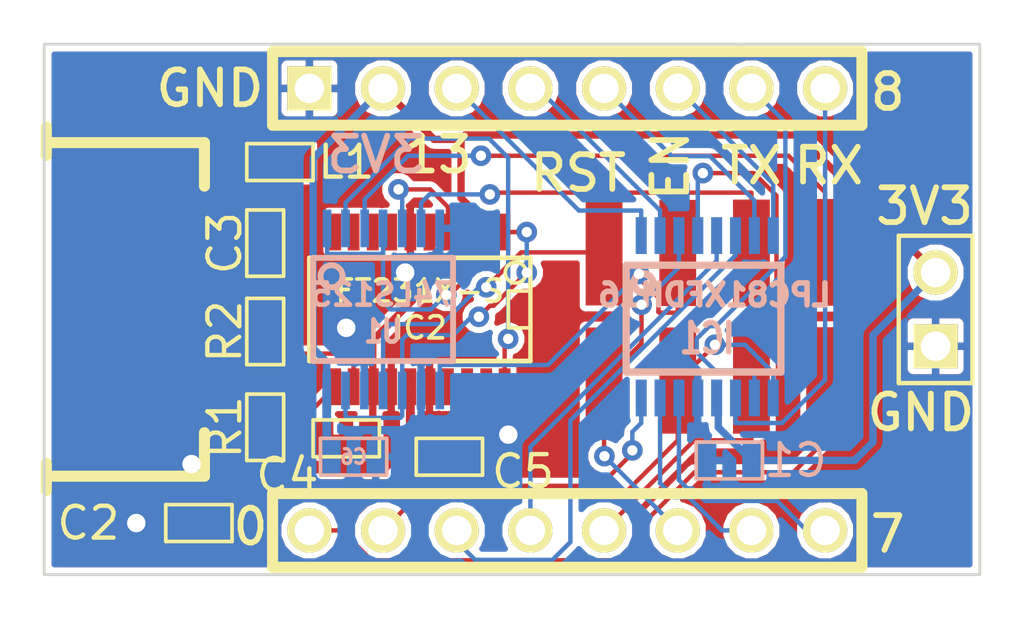
<source format=kicad_pcb>
(kicad_pcb (version 3) (host pcbnew "(2013-mar-13)-testing")

  (general
    (links 60)
    (no_connects 0)
    (area 123.9012 47.057734 160.528001 69.782266)
    (thickness 1.6)
    (drawings 17)
    (tracks 272)
    (zones 0)
    (modules 17)
    (nets 40)
  )

  (page A3)
  (layers
    (15 F.Cu signal)
    (0 B.Cu signal)
    (16 B.Adhes user)
    (17 F.Adhes user)
    (18 B.Paste user)
    (19 F.Paste user)
    (20 B.SilkS user)
    (21 F.SilkS user)
    (22 B.Mask user)
    (23 F.Mask user)
    (24 Dwgs.User user)
    (25 Cmts.User user)
    (26 Eco1.User user)
    (27 Eco2.User user)
    (28 Edge.Cuts user)
  )

  (setup
    (last_trace_width 0.1524)
    (trace_clearance 0.1524)
    (zone_clearance 0.2032)
    (zone_45_only no)
    (trace_min 0.1524)
    (segment_width 0.2)
    (edge_width 0.1)
    (via_size 0.7112)
    (via_drill 0.3556)
    (via_min_size 0.6096)
    (via_min_drill 0.3048)
    (uvia_size 0.508)
    (uvia_drill 0.127)
    (uvias_allowed no)
    (uvia_min_size 0.508)
    (uvia_min_drill 0.127)
    (pcb_text_width 0.3)
    (pcb_text_size 1.5 1.5)
    (mod_edge_width 0.15)
    (mod_text_size 1 1)
    (mod_text_width 0.15)
    (pad_size 1.80086 1.89992)
    (pad_drill 0)
    (pad_to_mask_clearance 0)
    (aux_axis_origin 0 0)
    (visible_elements FFFFFF7F)
    (pcbplotparams
      (layerselection 284196865)
      (usegerberextensions true)
      (excludeedgelayer true)
      (linewidth 152400)
      (plotframeref false)
      (viasonmask false)
      (mode 1)
      (useauxorigin false)
      (hpglpennumber 1)
      (hpglpenspeed 20)
      (hpglpendiameter 15)
      (hpglpenoverlay 2)
      (psnegative false)
      (psa4output false)
      (plotreference true)
      (plotvalue true)
      (plotothertext true)
      (plotinvisibletext false)
      (padsonsilk false)
      (subtractmaskfromsilk false)
      (outputformat 1)
      (mirror false)
      (drillshape 0)
      (scaleselection 1)
      (outputdirectory out))
  )

  (net 0 "")
  (net 1 +5V)
  (net 2 /DTR)
  (net 3 /ENZ)
  (net 4 /FTRX)
  (net 5 /FTTX)
  (net 6 /PIO0_0)
  (net 7 /PIO0_1)
  (net 8 /PIO0_10)
  (net 9 /PIO0_11)
  (net 10 /PIO0_12)
  (net 11 /PIO0_13)
  (net 12 /PIO0_2)
  (net 13 /PIO0_3)
  (net 14 /PIO0_4)
  (net 15 /PIO0_5)
  (net 16 /PIO0_6)
  (net 17 /PIO0_7)
  (net 18 /PIO0_8)
  (net 19 /PIO0_9)
  (net 20 /RSTX)
  (net 21 /RTS)
  (net 22 /RXZ)
  (net 23 /TXZ)
  (net 24 /UD+)
  (net 25 /UD-)
  (net 26 /VUSB)
  (net 27 GND)
  (net 28 N-000001)
  (net 29 N-000002)
  (net 30 N-0000032)
  (net 31 N-0000033)
  (net 32 N-0000034)
  (net 33 N-0000035)
  (net 34 N-0000036)
  (net 35 N-0000037)
  (net 36 N-0000038)
  (net 37 N-0000039)
  (net 38 N-0000040)
  (net 39 VCC)

  (net_class Default "This is the default net class."
    (clearance 0.1524)
    (trace_width 0.1524)
    (via_dia 0.7112)
    (via_drill 0.3556)
    (uvia_dia 0.508)
    (uvia_drill 0.127)
    (add_net "")
    (add_net /DTR)
    (add_net /ENZ)
    (add_net /FTRX)
    (add_net /FTTX)
    (add_net /PIO0_0)
    (add_net /PIO0_1)
    (add_net /PIO0_10)
    (add_net /PIO0_11)
    (add_net /PIO0_12)
    (add_net /PIO0_13)
    (add_net /PIO0_2)
    (add_net /PIO0_3)
    (add_net /PIO0_4)
    (add_net /PIO0_5)
    (add_net /PIO0_6)
    (add_net /PIO0_7)
    (add_net /PIO0_8)
    (add_net /PIO0_9)
    (add_net /RSTX)
    (add_net /RTS)
    (add_net /RXZ)
    (add_net /TXZ)
    (add_net /UD+)
    (add_net /UD-)
    (add_net N-000001)
    (add_net N-000002)
    (add_net N-0000032)
    (add_net N-0000033)
    (add_net N-0000034)
    (add_net N-0000035)
    (add_net N-0000036)
    (add_net N-0000037)
    (add_net N-0000038)
    (add_net N-0000039)
    (add_net N-0000040)
  )

  (net_class power ""
    (clearance 0.2032)
    (trace_width 0.254)
    (via_dia 0.889)
    (via_drill 0.635)
    (uvia_dia 0.508)
    (uvia_drill 0.127)
    (add_net +5V)
    (add_net /VUSB)
    (add_net GND)
    (add_net VCC)
  )

  (module SM0603 (layer B.Cu) (tedit 5190C744) (tstamp 518C0910)
    (at 150.368 63.627)
    (path /5188D66B)
    (attr smd)
    (fp_text reference C1 (at 2.286 0) (layer B.SilkS)
      (effects (font (size 1.1 1.1) (thickness 0.15)) (justify mirror))
    )
    (fp_text value 0.1uF (at 0 0) (layer B.SilkS) hide
      (effects (font (size 0.508 0.4572) (thickness 0.1143)) (justify mirror))
    )
    (fp_line (start -1.143 0.635) (end 1.143 0.635) (layer B.SilkS) (width 0.127))
    (fp_line (start 1.143 0.635) (end 1.143 -0.635) (layer B.SilkS) (width 0.127))
    (fp_line (start 1.143 -0.635) (end -1.143 -0.635) (layer B.SilkS) (width 0.127))
    (fp_line (start -1.143 -0.635) (end -1.143 0.635) (layer B.SilkS) (width 0.127))
    (pad 1 smd rect (at -0.762 0) (size 0.635 1.143)
      (layers B.Cu B.Paste B.Mask)
      (net 27 GND)
    )
    (pad 2 smd rect (at 0.762 0) (size 0.635 1.143)
      (layers B.Cu B.Paste B.Mask)
      (net 39 VCC)
    )
    (model smd\resistors\R0603.wrl
      (at (xyz 0 0 0.001))
      (scale (xyz 0.5 0.5 0.5))
      (rotate (xyz 0 0 0))
    )
  )

  (module SM0603 (layer F.Cu) (tedit 5190B919) (tstamp 518C091A)
    (at 132.08 65.786 180)
    (path /518B5D4B)
    (attr smd)
    (fp_text reference C2 (at 3.81 0 180) (layer F.SilkS)
      (effects (font (size 1.1 1.1) (thickness 0.15)))
    )
    (fp_text value 47pF (at 0 0 180) (layer F.SilkS) hide
      (effects (font (size 0.508 0.4572) (thickness 0.1143)))
    )
    (fp_line (start -1.143 -0.635) (end 1.143 -0.635) (layer F.SilkS) (width 0.127))
    (fp_line (start 1.143 -0.635) (end 1.143 0.635) (layer F.SilkS) (width 0.127))
    (fp_line (start 1.143 0.635) (end -1.143 0.635) (layer F.SilkS) (width 0.127))
    (fp_line (start -1.143 0.635) (end -1.143 -0.635) (layer F.SilkS) (width 0.127))
    (pad 1 smd rect (at -0.762 0 180) (size 0.635 1.143)
      (layers F.Cu F.Paste F.Mask)
      (net 24 /UD+)
    )
    (pad 2 smd rect (at 0.762 0 180) (size 0.635 1.143)
      (layers F.Cu F.Paste F.Mask)
      (net 27 GND)
    )
    (model smd\resistors\R0603.wrl
      (at (xyz 0 0 0.001))
      (scale (xyz 0.5 0.5 0.5))
      (rotate (xyz 0 0 0))
    )
  )

  (module SM0603 (layer F.Cu) (tedit 5190B8F9) (tstamp 518C0924)
    (at 134.366 56.134 90)
    (path /518B5D5A)
    (attr smd)
    (fp_text reference C3 (at 0 -1.397 90) (layer F.SilkS)
      (effects (font (size 1.1 1.1) (thickness 0.15)))
    )
    (fp_text value 47pF (at 0 0 90) (layer F.SilkS) hide
      (effects (font (size 0.508 0.4572) (thickness 0.1143)))
    )
    (fp_line (start -1.143 -0.635) (end 1.143 -0.635) (layer F.SilkS) (width 0.127))
    (fp_line (start 1.143 -0.635) (end 1.143 0.635) (layer F.SilkS) (width 0.127))
    (fp_line (start 1.143 0.635) (end -1.143 0.635) (layer F.SilkS) (width 0.127))
    (fp_line (start -1.143 0.635) (end -1.143 -0.635) (layer F.SilkS) (width 0.127))
    (pad 1 smd rect (at -0.762 0 90) (size 0.635 1.143)
      (layers F.Cu F.Paste F.Mask)
      (net 25 /UD-)
    )
    (pad 2 smd rect (at 0.762 0 90) (size 0.635 1.143)
      (layers F.Cu F.Paste F.Mask)
      (net 27 GND)
    )
    (model smd\resistors\R0603.wrl
      (at (xyz 0 0 0.001))
      (scale (xyz 0.5 0.5 0.5))
      (rotate (xyz 0 0 0))
    )
  )

  (module SM0603 (layer F.Cu) (tedit 5190B922) (tstamp 518C092E)
    (at 137.16 62.865)
    (path /518B6B8C)
    (attr smd)
    (fp_text reference C4 (at -2.032 1.27) (layer F.SilkS)
      (effects (font (size 1.1 1.1) (thickness 0.15)))
    )
    (fp_text value 1uF (at 0 0) (layer F.SilkS) hide
      (effects (font (size 0.508 0.4572) (thickness 0.1143)))
    )
    (fp_line (start -1.143 -0.635) (end 1.143 -0.635) (layer F.SilkS) (width 0.127))
    (fp_line (start 1.143 -0.635) (end 1.143 0.635) (layer F.SilkS) (width 0.127))
    (fp_line (start 1.143 0.635) (end -1.143 0.635) (layer F.SilkS) (width 0.127))
    (fp_line (start -1.143 0.635) (end -1.143 -0.635) (layer F.SilkS) (width 0.127))
    (pad 1 smd rect (at -0.762 0) (size 0.635 1.143)
      (layers F.Cu F.Paste F.Mask)
      (net 27 GND)
    )
    (pad 2 smd rect (at 0.762 0) (size 0.635 1.143)
      (layers F.Cu F.Paste F.Mask)
      (net 39 VCC)
    )
    (model smd\resistors\R0603.wrl
      (at (xyz 0 0 0.001))
      (scale (xyz 0.5 0.5 0.5))
      (rotate (xyz 0 0 0))
    )
  )

  (module SM0603 (layer F.Cu) (tedit 5190C73B) (tstamp 518C0938)
    (at 140.716 63.5 180)
    (path /518B6C63)
    (attr smd)
    (fp_text reference C5 (at -2.54 -0.508 180) (layer F.SilkS)
      (effects (font (size 1.1 1.1) (thickness 0.15)))
    )
    (fp_text value 4.7uF (at 0 0 180) (layer F.SilkS) hide
      (effects (font (size 0.508 0.4572) (thickness 0.1143)))
    )
    (fp_line (start -1.143 -0.635) (end 1.143 -0.635) (layer F.SilkS) (width 0.127))
    (fp_line (start 1.143 -0.635) (end 1.143 0.635) (layer F.SilkS) (width 0.127))
    (fp_line (start 1.143 0.635) (end -1.143 0.635) (layer F.SilkS) (width 0.127))
    (fp_line (start -1.143 0.635) (end -1.143 -0.635) (layer F.SilkS) (width 0.127))
    (pad 1 smd rect (at -0.762 0 180) (size 0.635 1.143)
      (layers F.Cu F.Paste F.Mask)
      (net 27 GND)
    )
    (pad 2 smd rect (at 0.762 0 180) (size 0.635 1.143)
      (layers F.Cu F.Paste F.Mask)
      (net 1 +5V)
    )
    (model smd\resistors\R0603.wrl
      (at (xyz 0 0 0.001))
      (scale (xyz 0.5 0.5 0.5))
      (rotate (xyz 0 0 0))
    )
  )

  (module TSSOP16 (layer B.Cu) (tedit 4E43E09E) (tstamp 518C0951)
    (at 149.606 58.674)
    (path /5188D630)
    (attr smd)
    (fp_text reference IC1 (at 0 0.7493) (layer B.SilkS)
      (effects (font (size 1.016 0.762) (thickness 0.1905)) (justify mirror))
    )
    (fp_text value LPC81XFDH16 (at 0.24892 -0.7493) (layer B.SilkS)
      (effects (font (size 0.762 0.762) (thickness 0.1905)) (justify mirror))
    )
    (fp_line (start -2.794 1.905) (end 2.54 1.905) (layer B.SilkS) (width 0.254))
    (fp_line (start 2.54 1.905) (end 2.54 -1.778) (layer B.SilkS) (width 0.254))
    (fp_line (start 2.54 -1.778) (end -2.794 -1.778) (layer B.SilkS) (width 0.254))
    (fp_line (start -2.794 -1.778) (end -2.794 1.905) (layer B.SilkS) (width 0.254))
    (fp_circle (center -2.20218 -1.15824) (end -2.40538 -1.41224) (layer B.SilkS) (width 0.254))
    (pad 1 smd rect (at -2.27584 -2.79908) (size 0.381 1.27)
      (layers B.Cu B.Paste B.Mask)
      (net 11 /PIO0_13)
    )
    (pad 2 smd rect (at -1.6256 -2.79908) (size 0.381 1.27)
      (layers B.Cu B.Paste B.Mask)
      (net 10 /PIO0_12)
    )
    (pad 3 smd rect (at -0.97536 -2.79908) (size 0.381 1.27)
      (layers B.Cu B.Paste B.Mask)
      (net 15 /PIO0_5)
    )
    (pad 4 smd rect (at -0.32512 -2.79908) (size 0.381 1.27)
      (layers B.Cu B.Paste B.Mask)
      (net 14 /PIO0_4)
    )
    (pad 5 smd rect (at 0.32512 -2.79908) (size 0.381 1.27)
      (layers B.Cu B.Paste B.Mask)
      (net 13 /PIO0_3)
    )
    (pad 6 smd rect (at 0.97536 -2.79908) (size 0.381 1.27)
      (layers B.Cu B.Paste B.Mask)
      (net 12 /PIO0_2)
    )
    (pad 7 smd rect (at 1.6256 -2.79908) (size 0.381 1.27)
      (layers B.Cu B.Paste B.Mask)
      (net 9 /PIO0_11)
    )
    (pad 8 smd rect (at 2.27584 -2.79908) (size 0.381 1.27)
      (layers B.Cu B.Paste B.Mask)
      (net 8 /PIO0_10)
    )
    (pad 9 smd rect (at 2.27584 2.79908) (size 0.381 1.27)
      (layers B.Cu B.Paste B.Mask)
      (net 7 /PIO0_1)
    )
    (pad 10 smd rect (at 1.6256 2.79908) (size 0.381 1.27)
      (layers B.Cu B.Paste B.Mask)
      (net 19 /PIO0_9)
    )
    (pad 11 smd rect (at 0.97536 2.79908) (size 0.381 1.27)
      (layers B.Cu B.Paste B.Mask)
      (net 18 /PIO0_8)
    )
    (pad 12 smd rect (at 0.32512 2.79908) (size 0.381 1.27)
      (layers B.Cu B.Paste B.Mask)
      (net 39 VCC)
    )
    (pad 13 smd rect (at -0.32512 2.79908) (size 0.381 1.27)
      (layers B.Cu B.Paste B.Mask)
      (net 27 GND)
    )
    (pad 14 smd rect (at -0.97536 2.79908) (size 0.381 1.27)
      (layers B.Cu B.Paste B.Mask)
      (net 17 /PIO0_7)
    )
    (pad 15 smd rect (at -1.6256 2.79908) (size 0.381 1.27)
      (layers B.Cu B.Paste B.Mask)
      (net 16 /PIO0_6)
    )
    (pad 16 smd rect (at -2.27584 2.79908) (size 0.381 1.27)
      (layers B.Cu B.Paste B.Mask)
      (net 6 /PIO0_0)
    )
    (model smd\smd_dil\tssop-16.wrl
      (at (xyz 0 0 0))
      (scale (xyz 1 1 1))
      (rotate (xyz 0 0 0))
    )
  )

  (module SSOP20 (layer F.Cu) (tedit 48B5A104) (tstamp 518C0971)
    (at 139.7 58.42 180)
    (descr "SSOP 20 pins")
    (tags "CMS SSOP SMD")
    (path /518963E8)
    (attr smd)
    (fp_text reference IC2 (at 0 -0.635 180) (layer F.SilkS)
      (effects (font (size 0.762 0.762) (thickness 0.127)))
    )
    (fp_text value FT231X-S (at 0 0.635 180) (layer F.SilkS)
      (effects (font (size 0.762 0.762) (thickness 0.127)))
    )
    (fp_line (start 3.81 -1.778) (end -3.81 -1.778) (layer F.SilkS) (width 0.1651))
    (fp_line (start -3.81 1.778) (end 3.81 1.778) (layer F.SilkS) (width 0.1651))
    (fp_line (start 3.81 -1.778) (end 3.81 1.778) (layer F.SilkS) (width 0.1651))
    (fp_line (start -3.81 1.778) (end -3.81 -1.778) (layer F.SilkS) (width 0.1524))
    (fp_circle (center -3.302 1.27) (end -3.556 1.016) (layer F.SilkS) (width 0.127))
    (fp_line (start -3.81 -0.635) (end -3.048 -0.635) (layer F.SilkS) (width 0.127))
    (fp_line (start -3.048 -0.635) (end -3.048 0.635) (layer F.SilkS) (width 0.127))
    (fp_line (start -3.048 0.635) (end -3.81 0.635) (layer F.SilkS) (width 0.127))
    (pad 1 smd rect (at -2.921 2.667 180) (size 0.4064 1.27)
      (layers F.Cu F.Paste F.Mask)
      (net 2 /DTR)
    )
    (pad 2 smd rect (at -2.286 2.667 180) (size 0.4064 1.27)
      (layers F.Cu F.Paste F.Mask)
      (net 21 /RTS)
    )
    (pad 3 smd rect (at -1.6256 2.667 180) (size 0.4064 1.27)
      (layers F.Cu F.Paste F.Mask)
      (net 39 VCC)
    )
    (pad 4 smd rect (at -0.9652 2.667 180) (size 0.4064 1.27)
      (layers F.Cu F.Paste F.Mask)
      (net 4 /FTRX)
    )
    (pad 5 smd rect (at -0.3302 2.667 180) (size 0.4064 1.27)
      (layers F.Cu F.Paste F.Mask)
      (net 30 N-0000032)
    )
    (pad 6 smd rect (at 0.3302 2.667 180) (size 0.4064 1.27)
      (layers F.Cu F.Paste F.Mask)
      (net 27 GND)
    )
    (pad 7 smd rect (at 0.9906 2.667 180) (size 0.4064 1.27)
      (layers F.Cu F.Paste F.Mask)
      (net 34 N-0000036)
    )
    (pad 8 smd rect (at 1.6256 2.667 180) (size 0.4064 1.27)
      (layers F.Cu F.Paste F.Mask)
      (net 33 N-0000035)
    )
    (pad 9 smd rect (at 2.286 2.667 180) (size 0.4064 1.27)
      (layers F.Cu F.Paste F.Mask)
      (net 32 N-0000034)
    )
    (pad 10 smd rect (at 2.921 2.667 180) (size 0.4064 1.27)
      (layers F.Cu F.Paste F.Mask)
      (net 31 N-0000033)
    )
    (pad 11 smd rect (at 2.921 -2.667 180) (size 0.4064 1.27)
      (layers F.Cu F.Paste F.Mask)
      (net 28 N-000001)
    )
    (pad 12 smd rect (at 2.286 -2.667 180) (size 0.4064 1.27)
      (layers F.Cu F.Paste F.Mask)
      (net 29 N-000002)
    )
    (pad 13 smd rect (at 1.6256 -2.667 180) (size 0.4064 1.27)
      (layers F.Cu F.Paste F.Mask)
      (net 39 VCC)
    )
    (pad 14 smd rect (at 0.9906 -2.667 180) (size 0.4064 1.27)
      (layers F.Cu F.Paste F.Mask)
      (net 27 GND)
    )
    (pad 15 smd rect (at 0.3302 -2.667 180) (size 0.4064 1.27)
      (layers F.Cu F.Paste F.Mask)
      (net 1 +5V)
    )
    (pad 16 smd rect (at -0.3302 -2.667 180) (size 0.4064 1.27)
      (layers F.Cu F.Paste F.Mask)
      (net 27 GND)
    )
    (pad 17 smd rect (at -0.9652 -2.667 180) (size 0.4064 1.27)
      (layers F.Cu F.Paste F.Mask)
      (net 36 N-0000038)
    )
    (pad 18 smd rect (at -1.6256 -2.667 180) (size 0.4064 1.27)
      (layers F.Cu F.Paste F.Mask)
      (net 37 N-0000039)
    )
    (pad 19 smd rect (at -2.286 -2.667 180) (size 0.4064 1.27)
      (layers F.Cu F.Paste F.Mask)
      (net 35 N-0000037)
    )
    (pad 20 smd rect (at -2.921 -2.667 180) (size 0.4064 1.27)
      (layers F.Cu F.Paste F.Mask)
      (net 5 /FTTX)
    )
    (model smd/cms_so20.wrl
      (at (xyz 0 0 0))
      (scale (xyz 0.255 0.33 0.3))
      (rotate (xyz 0 0 0))
    )
  )

  (module SM0603 (layer F.Cu) (tedit 5190B8EF) (tstamp 518C098E)
    (at 134.874 53.34 180)
    (path /518B7A28)
    (attr smd)
    (fp_text reference L1 (at -2.286 0 180) (layer F.SilkS)
      (effects (font (size 1.1 1.1) (thickness 0.15)))
    )
    (fp_text value INDUCTOR (at 0 0 180) (layer F.SilkS) hide
      (effects (font (size 0.508 0.4572) (thickness 0.1143)))
    )
    (fp_line (start -1.143 -0.635) (end 1.143 -0.635) (layer F.SilkS) (width 0.127))
    (fp_line (start 1.143 -0.635) (end 1.143 0.635) (layer F.SilkS) (width 0.127))
    (fp_line (start 1.143 0.635) (end -1.143 0.635) (layer F.SilkS) (width 0.127))
    (fp_line (start -1.143 0.635) (end -1.143 -0.635) (layer F.SilkS) (width 0.127))
    (pad 1 smd rect (at -0.762 0 180) (size 0.635 1.143)
      (layers F.Cu F.Paste F.Mask)
      (net 1 +5V)
    )
    (pad 2 smd rect (at 0.762 0 180) (size 0.635 1.143)
      (layers F.Cu F.Paste F.Mask)
      (net 26 /VUSB)
    )
    (model smd\resistors\R0603.wrl
      (at (xyz 0 0 0.001))
      (scale (xyz 0.5 0.5 0.5))
      (rotate (xyz 0 0 0))
    )
  )

  (module pin_array_8x1 (layer F.Cu) (tedit 518DD1B0) (tstamp 518C099E)
    (at 144.78 66.04)
    (descr "Double rangee de contacts 2 x 8 pins")
    (tags CONN)
    (path /518BB31B)
    (fp_text reference P1 (at 0 -2.032) (layer F.SilkS) hide
      (effects (font (size 1.016 1.016) (thickness 0.2032)))
    )
    (fp_text value CONN_8 (at 0 2.286) (layer F.SilkS) hide
      (effects (font (size 1.016 1.016) (thickness 0.2032)))
    )
    (fp_line (start 10.16 1.27) (end 10.16 -1.27) (layer F.SilkS) (width 0.381))
    (fp_line (start 10.16 -1.27) (end -10.16 -1.27) (layer F.SilkS) (width 0.381))
    (fp_line (start -10.16 -1.27) (end -10.16 1.27) (layer F.SilkS) (width 0.381))
    (fp_line (start -10.16 1.27) (end 10.16 1.27) (layer F.SilkS) (width 0.381))
    (pad 1 thru_hole circle (at -8.89 0) (size 1.524 1.524) (drill 1.016)
      (layers *.Cu *.Mask F.SilkS)
      (net 6 /PIO0_0)
    )
    (pad 2 thru_hole circle (at -6.35 0) (size 1.524 1.524) (drill 1.016)
      (layers *.Cu *.Mask F.SilkS)
      (net 7 /PIO0_1)
    )
    (pad 3 thru_hole circle (at -3.81 0) (size 1.524 1.524) (drill 1.016)
      (layers *.Cu *.Mask F.SilkS)
      (net 12 /PIO0_2)
    )
    (pad 4 thru_hole circle (at -1.27 0) (size 1.524 1.524) (drill 1.016)
      (layers *.Cu *.Mask F.SilkS)
      (net 13 /PIO0_3)
    )
    (pad 5 thru_hole circle (at 1.27 0) (size 1.524 1.524) (drill 1.016)
      (layers *.Cu *.Mask F.SilkS)
      (net 14 /PIO0_4)
    )
    (pad 6 thru_hole circle (at 3.81 0) (size 1.524 1.524) (drill 1.016)
      (layers *.Cu *.Mask F.SilkS)
      (net 15 /PIO0_5)
    )
    (pad 7 thru_hole circle (at 6.35 0) (size 1.524 1.524) (drill 1.016)
      (layers *.Cu *.Mask F.SilkS)
      (net 16 /PIO0_6)
    )
    (pad 8 thru_hole circle (at 8.89 0) (size 1.524 1.524) (drill 1.016)
      (layers *.Cu *.Mask F.SilkS)
      (net 17 /PIO0_7)
    )
    (model pin_array/pins_array_8x2.wrl
      (at (xyz 0 0 0))
      (scale (xyz 1 1 1))
      (rotate (xyz 0 0 0))
    )
  )

  (module pin_array_8x1 (layer F.Cu) (tedit 518DD1AA) (tstamp 518C09BC)
    (at 144.78 50.8 180)
    (descr "Double rangee de contacts 2 x 8 pins")
    (tags CONN)
    (path /518BC168)
    (fp_text reference P3 (at 0 -2.032 180) (layer F.SilkS) hide
      (effects (font (size 1.016 1.016) (thickness 0.2032)))
    )
    (fp_text value CONN_8 (at 0 2.286 180) (layer F.SilkS) hide
      (effects (font (size 1.016 1.016) (thickness 0.2032)))
    )
    (fp_line (start 10.16 1.27) (end 10.16 -1.27) (layer F.SilkS) (width 0.381))
    (fp_line (start 10.16 -1.27) (end -10.16 -1.27) (layer F.SilkS) (width 0.381))
    (fp_line (start -10.16 -1.27) (end -10.16 1.27) (layer F.SilkS) (width 0.381))
    (fp_line (start -10.16 1.27) (end 10.16 1.27) (layer F.SilkS) (width 0.381))
    (pad 1 thru_hole circle (at -8.89 0 180) (size 1.524 1.524) (drill 1.016)
      (layers *.Cu *.Mask F.SilkS)
      (net 18 /PIO0_8)
    )
    (pad 2 thru_hole circle (at -6.35 0 180) (size 1.524 1.524) (drill 1.016)
      (layers *.Cu *.Mask F.SilkS)
      (net 19 /PIO0_9)
    )
    (pad 3 thru_hole circle (at -3.81 0 180) (size 1.524 1.524) (drill 1.016)
      (layers *.Cu *.Mask F.SilkS)
      (net 8 /PIO0_10)
    )
    (pad 4 thru_hole circle (at -1.27 0 180) (size 1.524 1.524) (drill 1.016)
      (layers *.Cu *.Mask F.SilkS)
      (net 9 /PIO0_11)
    )
    (pad 5 thru_hole circle (at 1.27 0 180) (size 1.524 1.524) (drill 1.016)
      (layers *.Cu *.Mask F.SilkS)
      (net 10 /PIO0_12)
    )
    (pad 6 thru_hole circle (at 3.81 0 180) (size 1.524 1.524) (drill 1.016)
      (layers *.Cu *.Mask F.SilkS)
      (net 11 /PIO0_13)
    )
    (pad 7 thru_hole circle (at 6.35 0 180) (size 1.524 1.524) (drill 1.016)
      (layers *.Cu *.Mask F.SilkS)
      (net 39 VCC)
    )
    (pad 8 thru_hole rect (at 8.89 0 180) (size 1.524 1.524) (drill 1.016)
      (layers *.Cu *.Mask F.SilkS)
      (net 27 GND)
    )
    (model pin_array/pins_array_8x2.wrl
      (at (xyz 0 0 0))
      (scale (xyz 1 1 1))
      (rotate (xyz 0 0 0))
    )
  )

  (module SM0603 (layer F.Cu) (tedit 5190B90A) (tstamp 518C09D6)
    (at 134.366 62.484 270)
    (path /518B4F87)
    (attr smd)
    (fp_text reference R1 (at 0 1.397 270) (layer F.SilkS)
      (effects (font (size 1.1 1.1) (thickness 0.15)))
    )
    (fp_text value 27R (at 0 0 270) (layer F.SilkS) hide
      (effects (font (size 0.508 0.4572) (thickness 0.1143)))
    )
    (fp_line (start -1.143 -0.635) (end 1.143 -0.635) (layer F.SilkS) (width 0.127))
    (fp_line (start 1.143 -0.635) (end 1.143 0.635) (layer F.SilkS) (width 0.127))
    (fp_line (start 1.143 0.635) (end -1.143 0.635) (layer F.SilkS) (width 0.127))
    (fp_line (start -1.143 0.635) (end -1.143 -0.635) (layer F.SilkS) (width 0.127))
    (pad 1 smd rect (at -0.762 0 270) (size 0.635 1.143)
      (layers F.Cu F.Paste F.Mask)
      (net 24 /UD+)
    )
    (pad 2 smd rect (at 0.762 0 270) (size 0.635 1.143)
      (layers F.Cu F.Paste F.Mask)
      (net 28 N-000001)
    )
    (model smd\resistors\R0603.wrl
      (at (xyz 0 0 0.001))
      (scale (xyz 0.5 0.5 0.5))
      (rotate (xyz 0 0 0))
    )
  )

  (module SM0603 (layer F.Cu) (tedit 5190B903) (tstamp 518C09E0)
    (at 134.366 59.182 270)
    (path /518B4F96)
    (attr smd)
    (fp_text reference R2 (at 0 1.397 270) (layer F.SilkS)
      (effects (font (size 1.1 1.1) (thickness 0.15)))
    )
    (fp_text value 27R (at 0 0 270) (layer F.SilkS) hide
      (effects (font (size 0.508 0.4572) (thickness 0.1143)))
    )
    (fp_line (start -1.143 -0.635) (end 1.143 -0.635) (layer F.SilkS) (width 0.127))
    (fp_line (start 1.143 -0.635) (end 1.143 0.635) (layer F.SilkS) (width 0.127))
    (fp_line (start 1.143 0.635) (end -1.143 0.635) (layer F.SilkS) (width 0.127))
    (fp_line (start -1.143 0.635) (end -1.143 -0.635) (layer F.SilkS) (width 0.127))
    (pad 1 smd rect (at -0.762 0 270) (size 0.635 1.143)
      (layers F.Cu F.Paste F.Mask)
      (net 25 /UD-)
    )
    (pad 2 smd rect (at 0.762 0 270) (size 0.635 1.143)
      (layers F.Cu F.Paste F.Mask)
      (net 29 N-000002)
    )
    (model smd\resistors\R0603.wrl
      (at (xyz 0 0 0.001))
      (scale (xyz 0.5 0.5 0.5))
      (rotate (xyz 0 0 0))
    )
  )

  (module TSSOP14 (layer B.Cu) (tedit 4E43F187) (tstamp 518C09F7)
    (at 138.43 58.42)
    (path /5188E33B)
    (attr smd)
    (fp_text reference U1 (at 0 0.762) (layer B.SilkS)
      (effects (font (size 0.762 0.635) (thickness 0.16002)) (justify mirror))
    )
    (fp_text value 74LS125 (at 0 -0.508) (layer B.SilkS)
      (effects (font (size 0.762 0.762) (thickness 0.16002)) (justify mirror))
    )
    (fp_line (start -2.413 1.778) (end 2.413 1.778) (layer B.SilkS) (width 0.2032))
    (fp_line (start 2.413 1.778) (end 2.413 -1.778) (layer B.SilkS) (width 0.2032))
    (fp_line (start 2.413 -1.778) (end -2.413 -1.778) (layer B.SilkS) (width 0.2032))
    (fp_line (start -2.413 -1.778) (end -2.413 1.778) (layer B.SilkS) (width 0.2032))
    (fp_circle (center -1.778 -1.143) (end -2.159 -1.143) (layer B.SilkS) (width 0.2032))
    (pad 1 smd rect (at -1.9304 -2.794) (size 0.29972 1.30048)
      (layers B.Cu B.Paste B.Mask)
      (net 21 /RTS)
    )
    (pad 2 smd rect (at -1.2954 -2.794) (size 0.29972 1.30048)
      (layers B.Cu B.Paste B.Mask)
      (net 5 /FTTX)
    )
    (pad 3 smd rect (at -0.635 -2.794) (size 0.29972 1.30048)
      (layers B.Cu B.Paste B.Mask)
      (net 22 /RXZ)
    )
    (pad 4 smd rect (at 0 -2.794) (size 0.29972 1.30048)
      (layers B.Cu B.Paste B.Mask)
      (net 21 /RTS)
    )
    (pad 5 smd rect (at 0.6604 -2.794) (size 0.29972 1.30048)
      (layers B.Cu B.Paste B.Mask)
      (net 4 /FTRX)
    )
    (pad 6 smd rect (at 1.3081 -2.794) (size 0.29972 1.30048)
      (layers B.Cu B.Paste B.Mask)
      (net 23 /TXZ)
    )
    (pad 7 smd rect (at 1.9558 -2.794) (size 0.29972 1.30048)
      (layers B.Cu B.Paste B.Mask)
      (net 27 GND)
    )
    (pad 8 smd rect (at 1.9558 2.794) (size 0.29972 1.30048)
      (layers B.Cu B.Paste B.Mask)
      (net 3 /ENZ)
    )
    (pad 9 smd rect (at 1.3081 2.794) (size 0.29972 1.30048)
      (layers B.Cu B.Paste B.Mask)
      (net 27 GND)
    )
    (pad 10 smd rect (at 0.6604 2.794) (size 0.29972 1.30048)
      (layers B.Cu B.Paste B.Mask)
      (net 2 /DTR)
    )
    (pad 11 smd rect (at 0 2.794) (size 0.29972 1.30048)
      (layers B.Cu B.Paste B.Mask)
      (net 20 /RSTX)
    )
    (pad 12 smd rect (at -0.6477 2.794) (size 0.29972 1.30048)
      (layers B.Cu B.Paste B.Mask)
      (net 27 GND)
    )
    (pad 13 smd rect (at -1.2954 2.794) (size 0.29972 1.30048)
      (layers B.Cu B.Paste B.Mask)
      (net 2 /DTR)
    )
    (pad 14 smd rect (at -1.9431 2.794) (size 0.29972 1.30048)
      (layers B.Cu B.Paste B.Mask)
      (net 39 VCC)
    )
    (model smd\smd_dil\tssop-14.wrl
      (at (xyz 0 0 0))
      (scale (xyz 1 1 1))
      (rotate (xyz 0 0 0))
    )
  )

  (module PIN_ARRAY_2X1 (layer F.Cu) (tedit 51907FC9) (tstamp 518C33E1)
    (at 157.48 58.42 90)
    (descr "Connecteurs 2 pins")
    (tags "CONN DEV")
    (path /518C25B2)
    (fp_text reference P2 (at 0 -1.905 90) (layer F.SilkS) hide
      (effects (font (size 0.762 0.762) (thickness 0.1524)))
    )
    (fp_text value CONN_2 (at 0 -1.905 90) (layer F.SilkS) hide
      (effects (font (size 0.762 0.762) (thickness 0.1524)))
    )
    (fp_line (start -2.54 1.27) (end -2.54 -1.27) (layer F.SilkS) (width 0.1524))
    (fp_line (start -2.54 -1.27) (end 2.54 -1.27) (layer F.SilkS) (width 0.1524))
    (fp_line (start 2.54 -1.27) (end 2.54 1.27) (layer F.SilkS) (width 0.1524))
    (fp_line (start 2.54 1.27) (end -2.54 1.27) (layer F.SilkS) (width 0.1524))
    (pad 1 thru_hole rect (at -1.27 0 90) (size 1.524 1.524) (drill 1.016)
      (layers *.Cu *.Mask F.SilkS)
      (net 27 GND)
    )
    (pad 2 thru_hole circle (at 1.27 0 90) (size 1.524 1.524) (drill 1.016)
      (layers *.Cu *.Mask F.SilkS)
      (net 39 VCC)
    )
    (model pin_array/pins_array_2x1.wrl
      (at (xyz 0 0 0))
      (scale (xyz 1 1 1))
      (rotate (xyz 0 0 0))
    )
  )

  (module PIN_4X2_SMD_NRA (layer F.Cu) (tedit 5190C75A) (tstamp 518CB4B1)
    (at 149.86 58.674 180)
    (path /518BFAA8)
    (fp_text reference P4 (at 0.5 -8.5 180) (layer F.SilkS) hide
      (effects (font (size 1 1) (thickness 0.15)))
    )
    (fp_text value CONN_4X2 (at 0 7 180) (layer F.SilkS) hide
      (effects (font (size 1 1) (thickness 0.15)))
    )
    (pad 1 smd rect (at -3.81 2.22 180) (size 1.3 3.68)
      (layers F.Cu F.Paste F.Mask)
      (net 22 /RXZ)
    )
    (pad 2 smd rect (at -3.81 -2.2 180) (size 1.3 3.68)
      (layers F.Cu F.Paste F.Mask)
      (net 6 /PIO0_0)
    )
    (pad 3 smd rect (at -1.27 2.2 180) (size 1.27 3.68)
      (layers F.Cu F.Paste F.Mask)
      (net 23 /TXZ)
    )
    (pad 4 smd rect (at -1.27 -2.2 180) (size 1.27 3.66)
      (layers F.Cu F.Paste F.Mask)
      (net 14 /PIO0_4)
    )
    (pad 5 smd rect (at 1.27 2.2 180) (size 1.27 3.66)
      (layers F.Cu F.Paste F.Mask)
      (net 3 /ENZ)
    )
    (pad 6 smd rect (at 1.27 -2.2 180) (size 1.27 3.66)
      (layers F.Cu F.Paste F.Mask)
      (net 7 /PIO0_1)
    )
    (pad 7 smd rect (at 3.81 2.22 180) (size 1.27 3.66)
      (layers F.Cu F.Paste F.Mask)
      (net 20 /RSTX)
    )
    (pad 8 smd rect (at 3.81 -2.2 180) (size 1.27 3.66)
      (layers F.Cu F.Paste F.Mask)
      (net 15 /PIO0_5)
    )
  )

  (module SM0603 (layer B.Cu) (tedit 4E43A3D1) (tstamp 518D0A4F)
    (at 137.414 63.5)
    (path /518CFB19)
    (attr smd)
    (fp_text reference C6 (at 0 0) (layer B.SilkS)
      (effects (font (size 0.508 0.4572) (thickness 0.1143)) (justify mirror))
    )
    (fp_text value 0.1uF (at 0 0) (layer B.SilkS) hide
      (effects (font (size 0.508 0.4572) (thickness 0.1143)) (justify mirror))
    )
    (fp_line (start -1.143 0.635) (end 1.143 0.635) (layer B.SilkS) (width 0.127))
    (fp_line (start 1.143 0.635) (end 1.143 -0.635) (layer B.SilkS) (width 0.127))
    (fp_line (start 1.143 -0.635) (end -1.143 -0.635) (layer B.SilkS) (width 0.127))
    (fp_line (start -1.143 -0.635) (end -1.143 0.635) (layer B.SilkS) (width 0.127))
    (pad 1 smd rect (at -0.762 0) (size 0.635 1.143)
      (layers B.Cu B.Paste B.Mask)
      (net 39 VCC)
    )
    (pad 2 smd rect (at 0.762 0) (size 0.635 1.143)
      (layers B.Cu B.Paste B.Mask)
      (net 27 GND)
    )
    (model smd\resistors\R0603.wrl
      (at (xyz 0 0 0.001))
      (scale (xyz 0.5 0.5 0.5))
      (rotate (xyz 0 0 0))
    )
  )

  (module MICROUSB-B-ZX62-B-5PA (layer F.Cu) (tedit 518F7E72) (tstamp 518C0984)
    (at 128.27 58.42 270)
    (descr "Hirose ZX62-B-5PA(11)")
    (path /518B4F6E)
    (fp_text reference J1 (at 0 -6.25094 270) (layer F.SilkS) hide
      (effects (font (thickness 0.3048)))
    )
    (fp_text value MINI-USB-SHLD (at 0 3.2512 270) (layer F.SilkS) hide
      (effects (font (thickness 0.3048)))
    )
    (fp_line (start -4.24942 -4.0005) (end -5.75056 -4.0005) (layer F.SilkS) (width 0.381))
    (fp_line (start -5.75056 -4.0005) (end -5.75056 1.24968) (layer F.SilkS) (width 0.381))
    (fp_line (start 4.24942 -4.0005) (end 5.75056 -4.0005) (layer F.SilkS) (width 0.381))
    (fp_line (start 5.75056 -4.0005) (end 5.75056 1.24968) (layer F.SilkS) (width 0.381))
    (fp_line (start -5.30098 1.45034) (end -6.2992 1.45034) (layer F.SilkS) (width 0.381))
    (fp_line (start 5.30098 1.45034) (end 6.25094 1.45034) (layer F.SilkS) (width 0.381))
    (pad 3 smd rect (at 0 -2.55016 270) (size 0.39878 1.6002)
      (layers F.Cu F.Paste F.Mask)
      (net 24 /UD+)
      (clearance 0.12446)
    )
    (pad 1 smd rect (at -1.30048 -2.55016 270) (size 0.39878 1.6002)
      (layers F.Cu F.Paste F.Mask)
      (net 26 /VUSB)
      (clearance 0.12446)
    )
    (pad 2 smd rect (at -0.65024 -2.55016 270) (size 0.39878 1.6002)
      (layers F.Cu F.Paste F.Mask)
      (net 25 /UD-)
      (clearance 0.12446)
    )
    (pad 4 smd rect (at 0.65024 -2.55016 270) (size 0.39878 1.6002)
      (layers F.Cu F.Paste F.Mask)
      (net 38 N-0000040)
      (clearance 0.12446)
    )
    (pad 5 smd rect (at 1.30048 -2.55016 270) (size 0.39878 1.6002)
      (layers F.Cu F.Paste F.Mask)
      (net 27 GND)
      (clearance 0.12446)
    )
    (pad 6 smd rect (at -3.0988 -2.55016 270) (size 2.10058 1.6002)
      (layers F.Cu F.Paste F.Mask)
    )
    (pad 6 smd rect (at 3.0988 -2.55016 270) (size 2.10058 1.6002)
      (layers F.Cu F.Paste F.Mask)
    )
    (pad 6 smd rect (at -4.0005 0 270) (size 1.80086 1.89992)
      (layers F.Cu F.Paste F.Mask)
    )
    (pad 6 smd rect (at 4.0005 0 270) (size 1.80086 1.89992)
      (layers F.Cu F.Paste F.Mask)
    )
  )

  (gr_text RX (at 153.797 53.467) (layer F.SilkS)
    (effects (font (size 1.2 1.2) (thickness 0.2)))
  )
  (gr_text TX (at 151.13 53.467) (layer F.SilkS)
    (effects (font (size 1.2 1.2) (thickness 0.2)))
  )
  (gr_text EN (at 148.336 53.467 90) (layer F.SilkS)
    (effects (font (size 1.2 1.2) (thickness 0.2)))
  )
  (gr_text RST (at 145.161 53.721) (layer F.SilkS)
    (effects (font (size 1.2 1.2) (thickness 0.2)))
  )
  (gr_text GND (at 156.972 61.976) (layer F.SilkS)
    (effects (font (size 1.2 1.2) (thickness 0.2)))
  )
  (gr_text 3V3 (at 157.099 54.864) (layer F.SilkS)
    (effects (font (size 1.2 1.2) (thickness 0.2)))
  )
  (gr_text GND (at 132.461 50.8) (layer F.SilkS)
    (effects (font (size 1.2 1.2) (thickness 0.2)))
  )
  (gr_text 3V3 (at 138.176 53.086) (layer B.SilkS)
    (effects (font (size 1.2 1.2) (thickness 0.2)) (justify mirror))
  )
  (gr_text 13 (at 140.335 53.086) (layer F.SilkS)
    (effects (font (size 1.2 1.2) (thickness 0.2)))
  )
  (gr_text 8 (at 155.829 50.927) (layer F.SilkS)
    (effects (font (size 1.2 1.2) (thickness 0.2)))
  )
  (gr_text 7 (at 155.829 66.167) (layer F.SilkS)
    (effects (font (size 1.2 1.2) (thickness 0.2)))
  )
  (gr_text 0 (at 133.858 65.913) (layer F.SilkS)
    (effects (font (size 1.2 1.2) (thickness 0.2)))
  )
  (gr_line (start 126.746 49.276) (end 150.876 49.276) (angle 90) (layer Edge.Cuts) (width 0.1))
  (gr_line (start 126.746 67.564) (end 126.746 49.276) (angle 90) (layer Edge.Cuts) (width 0.1))
  (gr_line (start 159.004 67.564) (end 126.746 67.564) (angle 90) (layer Edge.Cuts) (width 0.1))
  (gr_line (start 159.004 49.276) (end 159.004 67.564) (angle 90) (layer Edge.Cuts) (width 0.1))
  (gr_line (start 150.622 49.276) (end 159.004 49.276) (angle 90) (layer Edge.Cuts) (width 0.1))

  (segment (start 139.37 61.087) (end 139.37 62.0014) (width 0.3048) (layer F.Cu) (net 1))
  (segment (start 139.3698 62.0012) (end 139.3698 61.087) (width 0.254) (layer F.Cu) (net 1))
  (segment (start 139.37 62.0014) (end 139.3698 62.0012) (width 0.254) (layer F.Cu) (net 1))
  (segment (start 139.37 62.9158) (end 139.954 63.5) (width 0.3048) (layer F.Cu) (net 1))
  (segment (start 139.37 62.0014) (end 139.37 62.9158) (width 0.3048) (layer F.Cu) (net 1))
  (segment (start 139.306 63.743) (end 139.306 63.5) (width 0.254) (layer F.Cu) (net 1))
  (segment (start 138.6469 64.4021) (end 139.306 63.743) (width 0.254) (layer F.Cu) (net 1))
  (segment (start 135.6361 64.4021) (end 138.6469 64.4021) (width 0.254) (layer F.Cu) (net 1))
  (segment (start 133.3501 66.6881) (end 135.6361 64.4021) (width 0.254) (layer F.Cu) (net 1))
  (segment (start 132.3708 66.6881) (end 133.3501 66.6881) (width 0.254) (layer F.Cu) (net 1))
  (segment (start 131.9661 66.2834) (end 132.3708 66.6881) (width 0.254) (layer F.Cu) (net 1))
  (segment (start 131.9661 65.0623) (end 131.9661 66.2834) (width 0.254) (layer F.Cu) (net 1))
  (segment (start 129.677 62.7732) (end 131.9661 65.0623) (width 0.254) (layer F.Cu) (net 1))
  (segment (start 129.677 54.1435) (end 129.677 62.7732) (width 0.254) (layer F.Cu) (net 1))
  (segment (start 131.3993 52.4212) (end 129.677 54.1435) (width 0.254) (layer F.Cu) (net 1))
  (segment (start 134.5552 52.4212) (end 131.3993 52.4212) (width 0.254) (layer F.Cu) (net 1))
  (segment (start 134.988 52.854) (end 134.5552 52.4212) (width 0.254) (layer F.Cu) (net 1))
  (segment (start 134.988 53.34) (end 134.988 52.854) (width 0.254) (layer F.Cu) (net 1))
  (segment (start 135.636 53.34) (end 134.988 53.34) (width 0.254) (layer F.Cu) (net 1))
  (segment (start 139.954 63.5) (end 139.306 63.5) (width 0.254) (layer F.Cu) (net 1))
  (segment (start 139.0904 61.214) (end 139.0904 59.461402) (width 0.1524) (layer B.Cu) (net 2))
  (segment (start 143.383 55.753) (end 142.621 55.753) (width 0.1524) (layer F.Cu) (net 2) (tstamp 51906324))
  (via blind (at 143.383 55.753) (size 0.7112) (layers F.Cu B.Cu) (net 2))
  (segment (start 143.383 57.15) (end 143.383 55.753) (width 0.1524) (layer B.Cu) (net 2) (tstamp 51905510))
  (via blind (at 143.383 57.15) (size 0.7112) (layers F.Cu B.Cu) (net 2))
  (segment (start 142.24 58.293) (end 143.383 57.15) (width 0.1524) (layer F.Cu) (net 2) (tstamp 5190550D))
  (segment (start 142.113 58.293) (end 142.24 58.293) (width 0.1524) (layer F.Cu) (net 2) (tstamp 5190550A))
  (segment (start 141.732 58.674) (end 142.113 58.293) (width 0.1524) (layer F.Cu) (net 2) (tstamp 51905509))
  (via blind (at 141.732 58.674) (size 0.7112) (layers F.Cu B.Cu) (net 2))
  (segment (start 141.478 58.674) (end 141.732 58.674) (width 0.1524) (layer B.Cu) (net 2) (tstamp 51905501))
  (segment (start 140.843 59.309) (end 141.478 58.674) (width 0.1524) (layer B.Cu) (net 2) (tstamp 519054FC))
  (segment (start 139.242802 59.309) (end 140.843 59.309) (width 0.1524) (layer B.Cu) (net 2) (tstamp 519054F8))
  (segment (start 139.0904 59.461402) (end 139.242802 59.309) (width 0.1524) (layer B.Cu) (net 2) (tstamp 519054F7))
  (segment (start 139.0237 62.1598) (end 139.0904 62.0931) (width 0.1524) (layer B.Cu) (net 2))
  (segment (start 137.2013 62.1598) (end 139.0237 62.1598) (width 0.1524) (layer B.Cu) (net 2))
  (segment (start 137.1346 62.0931) (end 137.2013 62.1598) (width 0.1524) (layer B.Cu) (net 2))
  (segment (start 137.1346 61.214) (end 137.1346 62.0931) (width 0.1524) (layer B.Cu) (net 2))
  (segment (start 139.0904 61.214) (end 139.0904 62.0931) (width 0.1524) (layer B.Cu) (net 2))
  (via (at 147.2527 57.1949) (size 0.7112) (layers F.Cu B.Cu) (net 3))
  (segment (start 148.59 56.474) (end 148.59 58.5329) (width 0.1524) (layer F.Cu) (net 3))
  (segment (start 140.3858 61.214) (end 140.3858 60.3349) (width 0.1524) (layer B.Cu) (net 3))
  (segment (start 144.1127 60.3349) (end 147.2527 57.1949) (width 0.1524) (layer B.Cu) (net 3))
  (segment (start 140.3858 60.3349) (end 144.1127 60.3349) (width 0.1524) (layer B.Cu) (net 3))
  (segment (start 147.2527 57.3417) (end 147.2527 57.1949) (width 0.1524) (layer F.Cu) (net 3))
  (segment (start 147.9249 58.0139) (end 147.2527 57.3417) (width 0.1524) (layer F.Cu) (net 3))
  (segment (start 147.9249 58.4983) (end 147.9249 58.0139) (width 0.1524) (layer F.Cu) (net 3))
  (segment (start 147.9218 58.5014) (end 147.9249 58.4983) (width 0.1524) (layer F.Cu) (net 3))
  (segment (start 147.9218 58.5015) (end 147.9218 58.5014) (width 0.1524) (layer F.Cu) (net 3))
  (segment (start 147.9532 58.5329) (end 147.9218 58.5015) (width 0.1524) (layer F.Cu) (net 3))
  (segment (start 148.59 58.5329) (end 147.9532 58.5329) (width 0.1524) (layer F.Cu) (net 3))
  (via (at 138.9618 54.2823) (size 0.7112) (layers F.Cu B.Cu) (net 4))
  (segment (start 139.0904 54.4109) (end 138.9618 54.2823) (width 0.1524) (layer B.Cu) (net 4))
  (segment (start 139.0904 55.626) (end 139.0904 54.4109) (width 0.1524) (layer B.Cu) (net 4))
  (segment (start 140.0584 54.2823) (end 140.6652 54.8891) (width 0.1524) (layer F.Cu) (net 4))
  (segment (start 138.9618 54.2823) (end 140.0584 54.2823) (width 0.1524) (layer F.Cu) (net 4))
  (segment (start 140.6652 55.753) (end 140.6652 54.8891) (width 0.1524) (layer F.Cu) (net 4))
  (via (at 142.743 59.4347) (size 0.7112) (layers F.Cu B.Cu) (net 5))
  (segment (start 142.743 53.1902) (end 142.743 59.4347) (width 0.1524) (layer B.Cu) (net 5))
  (segment (start 142.0842 52.5314) (end 142.743 53.1902) (width 0.1524) (layer B.Cu) (net 5))
  (segment (start 139.3501 52.5314) (end 142.0842 52.5314) (width 0.1524) (layer B.Cu) (net 5))
  (segment (start 137.1346 54.7469) (end 139.3501 52.5314) (width 0.1524) (layer B.Cu) (net 5))
  (segment (start 142.621 59.5567) (end 142.621 61.087) (width 0.1524) (layer F.Cu) (net 5))
  (segment (start 142.743 59.4347) (end 142.621 59.5567) (width 0.1524) (layer F.Cu) (net 5))
  (segment (start 137.1346 55.626) (end 137.1346 54.7469) (width 0.1524) (layer B.Cu) (net 5))
  (via (at 147.0244 63.2804) (size 0.7112) (layers F.Cu B.Cu) (net 6))
  (segment (start 153.67 60.874) (end 153.67 62.9429) (width 0.1524) (layer F.Cu) (net 6))
  (segment (start 147.0244 62.6428) (end 147.3302 62.337) (width 0.1524) (layer B.Cu) (net 6))
  (segment (start 147.0244 63.2804) (end 147.0244 62.6428) (width 0.1524) (layer B.Cu) (net 6))
  (segment (start 147.3302 61.4731) (end 147.3302 62.337) (width 0.1524) (layer B.Cu) (net 6))
  (segment (start 138.0275 67.071) (end 136.9828 66.0262) (width 0.1524) (layer F.Cu) (net 6))
  (segment (start 146.491 67.071) (end 138.0275 67.071) (width 0.1524) (layer F.Cu) (net 6))
  (segment (start 147.3201 66.2419) (end 146.491 67.071) (width 0.1524) (layer F.Cu) (net 6))
  (segment (start 147.3201 65.8831) (end 147.3201 66.2419) (width 0.1524) (layer F.Cu) (net 6))
  (segment (start 149.1677 64.0355) (end 147.3201 65.8831) (width 0.1524) (layer F.Cu) (net 6))
  (segment (start 152.5774 64.0355) (end 149.1677 64.0355) (width 0.1524) (layer F.Cu) (net 6))
  (segment (start 153.67 62.9429) (end 152.5774 64.0355) (width 0.1524) (layer F.Cu) (net 6))
  (segment (start 136.969 66.04) (end 136.9828 66.0262) (width 0.1524) (layer F.Cu) (net 6))
  (segment (start 135.89 66.04) (end 136.969 66.04) (width 0.1524) (layer F.Cu) (net 6))
  (segment (start 147.0244 63.3813) (end 147.0244 63.2804) (width 0.1524) (layer F.Cu) (net 6))
  (segment (start 145.902 64.5037) (end 147.0244 63.3813) (width 0.1524) (layer F.Cu) (net 6))
  (segment (start 139.175 64.5037) (end 145.902 64.5037) (width 0.1524) (layer F.Cu) (net 6))
  (segment (start 138.8696 64.8091) (end 139.175 64.5037) (width 0.1524) (layer F.Cu) (net 6))
  (segment (start 138.1999 64.8091) (end 138.8696 64.8091) (width 0.1524) (layer F.Cu) (net 6))
  (segment (start 136.9828 66.0262) (end 138.1999 64.8091) (width 0.1524) (layer F.Cu) (net 6))
  (via (at 149.8696 59.6385) (size 0.7112) (layers F.Cu B.Cu) (net 7))
  (segment (start 150.9111 59.6385) (end 151.8818 60.6092) (width 0.1524) (layer B.Cu) (net 7))
  (segment (start 149.8696 59.6385) (end 150.9111 59.6385) (width 0.1524) (layer B.Cu) (net 7))
  (segment (start 151.8818 61.4731) (end 151.8818 60.6092) (width 0.1524) (layer B.Cu) (net 7))
  (segment (start 148.6341 60.874) (end 149.8696 59.6385) (width 0.1524) (layer F.Cu) (net 7))
  (segment (start 148.59 60.874) (end 148.6341 60.874) (width 0.1524) (layer F.Cu) (net 7))
  (segment (start 139.6611 64.8089) (end 138.43 66.04) (width 0.1524) (layer F.Cu) (net 7))
  (segment (start 146.714 64.8089) (end 139.6611 64.8089) (width 0.1524) (layer F.Cu) (net 7))
  (segment (start 148.59 62.9329) (end 146.714 64.8089) (width 0.1524) (layer F.Cu) (net 7))
  (segment (start 148.59 60.874) (end 148.59 62.9329) (width 0.1524) (layer F.Cu) (net 7))
  (segment (start 151.8818 54.0918) (end 151.8818 55.8749) (width 0.1524) (layer B.Cu) (net 8))
  (segment (start 148.59 50.8) (end 151.8818 54.0918) (width 0.1524) (layer B.Cu) (net 8))
  (segment (start 151.2316 55.8749) (end 151.2316 55.011) (width 0.1524) (layer B.Cu) (net 9))
  (segment (start 148.3857 53.1357) (end 146.05 50.8) (width 0.1524) (layer B.Cu) (net 9))
  (segment (start 149.6985 53.1357) (end 148.3857 53.1357) (width 0.1524) (layer B.Cu) (net 9))
  (segment (start 151.2316 54.6688) (end 149.6985 53.1357) (width 0.1524) (layer B.Cu) (net 9))
  (segment (start 151.2316 55.011) (end 151.2316 54.6688) (width 0.1524) (layer B.Cu) (net 9))
  (segment (start 143.7694 50.8) (end 147.9804 55.011) (width 0.1524) (layer B.Cu) (net 10))
  (segment (start 143.51 50.8) (end 143.7694 50.8) (width 0.1524) (layer B.Cu) (net 10))
  (segment (start 147.9804 55.8749) (end 147.9804 55.011) (width 0.1524) (layer B.Cu) (net 10))
  (segment (start 147.3302 55.8749) (end 147.3302 55.011) (width 0.1524) (layer B.Cu) (net 11))
  (segment (start 145.181 55.011) (end 140.97 50.8) (width 0.1524) (layer B.Cu) (net 11))
  (segment (start 147.3302 55.011) (end 145.181 55.011) (width 0.1524) (layer B.Cu) (net 11))
  (segment (start 140.97 66.04) (end 140.97 66.421) (width 0.1524) (layer B.Cu) (net 12))
  (segment (start 150.58136 56.55564) (end 150.58136 55.87492) (width 0.1524) (layer B.Cu) (net 12) (tstamp 518FB7A7))
  (segment (start 144.888978 62.248022) (end 150.58136 56.55564) (width 0.1524) (layer B.Cu) (net 12) (tstamp 518FB7A3))
  (segment (start 144.888978 66.439022) (end 144.888978 62.248022) (width 0.1524) (layer B.Cu) (net 12) (tstamp 518FB79C))
  (segment (start 144.272 67.056) (end 144.888978 66.439022) (width 0.1524) (layer B.Cu) (net 12) (tstamp 518FB79B))
  (segment (start 141.605 67.056) (end 144.272 67.056) (width 0.1524) (layer B.Cu) (net 12) (tstamp 518FB798))
  (segment (start 140.97 66.421) (end 141.605 67.056) (width 0.1524) (layer B.Cu) (net 12) (tstamp 518FB797))
  (segment (start 143.51 63.1599) (end 149.9311 56.7388) (width 0.1524) (layer B.Cu) (net 13))
  (segment (start 143.51 66.04) (end 143.51 63.1599) (width 0.1524) (layer B.Cu) (net 13))
  (segment (start 149.9311 55.8749) (end 149.9311 56.7388) (width 0.1524) (layer B.Cu) (net 13))
  (via (at 149.4563 53.7202) (size 0.7112) (layers F.Cu B.Cu) (net 14))
  (segment (start 149.2809 53.8956) (end 149.4563 53.7202) (width 0.1524) (layer B.Cu) (net 14))
  (segment (start 149.2809 55.8749) (end 149.2809 53.8956) (width 0.1524) (layer B.Cu) (net 14))
  (segment (start 151.67 58.8151) (end 151.13 58.8151) (width 0.1524) (layer F.Cu) (net 14))
  (segment (start 151.9939 58.4912) (end 151.67 58.8151) (width 0.1524) (layer F.Cu) (net 14))
  (segment (start 151.9939 54.5001) (end 151.9939 58.4912) (width 0.1524) (layer F.Cu) (net 14))
  (segment (start 151.214 53.7202) (end 151.9939 54.5001) (width 0.1524) (layer F.Cu) (net 14))
  (segment (start 149.4563 53.7202) (end 151.214 53.7202) (width 0.1524) (layer F.Cu) (net 14))
  (segment (start 151.13 60.4722) (end 151.13 58.8151) (width 0.1524) (layer F.Cu) (net 14))
  (segment (start 151.13 60.4722) (end 151.13 60.874) (width 0.1524) (layer F.Cu) (net 14))
  (segment (start 149.1571 62.9329) (end 146.05 66.04) (width 0.1524) (layer F.Cu) (net 14))
  (segment (start 151.13 62.9329) (end 149.1571 62.9329) (width 0.1524) (layer F.Cu) (net 14))
  (segment (start 151.13 60.874) (end 151.13 62.9329) (width 0.1524) (layer F.Cu) (net 14))
  (via (at 146.0619 63.48) (size 0.7112) (layers F.Cu B.Cu) (net 15))
  (via (at 147.3404 58.2561) (size 0.7112) (layers F.Cu B.Cu) (net 15))
  (segment (start 148.59 66.0081) (end 148.59 66.04) (width 0.1524) (layer B.Cu) (net 15))
  (segment (start 146.0619 63.48) (end 148.59 66.0081) (width 0.1524) (layer B.Cu) (net 15))
  (segment (start 148.6306 56.9659) (end 148.6306 55.8749) (width 0.1524) (layer B.Cu) (net 15))
  (segment (start 147.3404 58.2561) (end 148.6306 56.9659) (width 0.1524) (layer B.Cu) (net 15))
  (segment (start 146.05 63.4681) (end 146.0619 63.48) (width 0.1524) (layer F.Cu) (net 15))
  (segment (start 146.05 60.874) (end 146.05 63.4681) (width 0.1524) (layer F.Cu) (net 15))
  (segment (start 147.3404 59.5836) (end 147.3404 58.2561) (width 0.1524) (layer F.Cu) (net 15))
  (segment (start 146.05 60.874) (end 147.3404 59.5836) (width 0.1524) (layer F.Cu) (net 15))
  (segment (start 151.13 66.04) (end 150.114 66.04) (width 0.1524) (layer B.Cu) (net 16))
  (segment (start 147.9804 64.4144) (end 147.9804 61.47308) (width 0.1524) (layer B.Cu) (net 16) (tstamp 518FE279))
  (segment (start 148.463 64.897) (end 147.9804 64.4144) (width 0.1524) (layer B.Cu) (net 16) (tstamp 518FE278))
  (segment (start 148.971 64.897) (end 148.463 64.897) (width 0.1524) (layer B.Cu) (net 16) (tstamp 518FD465))
  (segment (start 150.114 66.04) (end 148.971 64.897) (width 0.1524) (layer B.Cu) (net 16) (tstamp 518FD462))
  (segment (start 153.67 66.04) (end 153.035 66.04) (width 0.1524) (layer B.Cu) (net 17))
  (segment (start 148.63064 64.30264) (end 148.63064 61.47308) (width 0.1524) (layer B.Cu) (net 17) (tstamp 518FE284))
  (segment (start 148.920198 64.592198) (end 148.63064 64.30264) (width 0.1524) (layer B.Cu) (net 17) (tstamp 518FE283))
  (segment (start 149.097254 64.592198) (end 148.920198 64.592198) (width 0.1524) (layer B.Cu) (net 17) (tstamp 518FE282))
  (segment (start 149.529056 65.024) (end 149.097254 64.592198) (width 0.1524) (layer B.Cu) (net 17) (tstamp 518FE281))
  (segment (start 152.019 65.024) (end 149.529056 65.024) (width 0.1524) (layer B.Cu) (net 17) (tstamp 518FE27F))
  (segment (start 153.035 66.04) (end 152.019 65.024) (width 0.1524) (layer B.Cu) (net 17) (tstamp 518FE27C))
  (segment (start 152.1843 62.337) (end 150.5814 62.337) (width 0.1524) (layer B.Cu) (net 18))
  (segment (start 153.67 60.8513) (end 152.1843 62.337) (width 0.1524) (layer B.Cu) (net 18))
  (segment (start 153.67 50.8) (end 153.67 60.8513) (width 0.1524) (layer B.Cu) (net 18))
  (segment (start 150.5814 61.4731) (end 150.5814 62.337) (width 0.1524) (layer B.Cu) (net 18))
  (segment (start 151.1443 60.5219) (end 151.2316 60.6092) (width 0.1524) (layer B.Cu) (net 19))
  (segment (start 149.8632 60.5219) (end 151.1443 60.5219) (width 0.1524) (layer B.Cu) (net 19))
  (segment (start 149.2436 59.9023) (end 149.8632 60.5219) (width 0.1524) (layer B.Cu) (net 19))
  (segment (start 149.2436 59.4313) (end 149.2436 59.9023) (width 0.1524) (layer B.Cu) (net 19))
  (segment (start 149.6776 58.9973) (end 149.2436 59.4313) (width 0.1524) (layer B.Cu) (net 19))
  (segment (start 149.9095 58.9973) (end 149.6776 58.9973) (width 0.1524) (layer B.Cu) (net 19))
  (segment (start 152.3013 56.6055) (end 149.9095 58.9973) (width 0.1524) (layer B.Cu) (net 19))
  (segment (start 152.3013 51.9713) (end 152.3013 56.6055) (width 0.1524) (layer B.Cu) (net 19))
  (segment (start 151.13 50.8) (end 152.3013 51.9713) (width 0.1524) (layer B.Cu) (net 19))
  (segment (start 151.2316 61.4731) (end 151.2316 60.6092) (width 0.1524) (layer B.Cu) (net 19))
  (segment (start 138.43 61.214) (end 138.43 59.182) (width 0.1524) (layer B.Cu) (net 20))
  (segment (start 143.19 56.454) (end 146.05 56.454) (width 0.1524) (layer F.Cu) (net 20) (tstamp 519054E8))
  (segment (start 141.986 57.658) (end 143.19 56.454) (width 0.1524) (layer F.Cu) (net 20) (tstamp 519054E7))
  (via blind (at 141.986 57.658) (size 0.7112) (layers F.Cu B.Cu) (net 20))
  (segment (start 141.732 57.658) (end 141.986 57.658) (width 0.1524) (layer B.Cu) (net 20) (tstamp 519054E2))
  (segment (start 140.462 58.928) (end 141.732 57.658) (width 0.1524) (layer B.Cu) (net 20) (tstamp 519054E0))
  (segment (start 138.684 58.928) (end 140.462 58.928) (width 0.1524) (layer B.Cu) (net 20) (tstamp 519054DD))
  (segment (start 138.43 59.182) (end 138.684 58.928) (width 0.1524) (layer B.Cu) (net 20) (tstamp 519054DA))
  (segment (start 140.6113 57.9184) (end 140.5826 57.9184) (width 0.1524) (layer B.Cu) (net 21))
  (segment (start 140.6113 57.9184) (end 140.7237 57.9184) (width 0.1524) (layer F.Cu) (net 21))
  (segment (start 140.7237 57.9184) (end 141.986 56.6561) (width 0.1524) (layer F.Cu) (net 21))
  (segment (start 141.986 55.753) (end 141.986 56.6561) (width 0.1524) (layer F.Cu) (net 21))
  (via (at 140.6113 57.9184) (size 0.7112) (layers F.Cu B.Cu) (net 21))
  (segment (start 138.43 58.166) (end 138.43 55.626) (width 0.1524) (layer B.Cu) (net 21) (tstamp 51902A1C))
  (segment (start 138.684 58.42) (end 138.43 58.166) (width 0.1524) (layer B.Cu) (net 21) (tstamp 51902A1B))
  (segment (start 140.081 58.42) (end 138.684 58.42) (width 0.1524) (layer B.Cu) (net 21) (tstamp 51902A19))
  (segment (start 140.5826 57.9184) (end 140.081 58.42) (width 0.1524) (layer B.Cu) (net 21) (tstamp 51902A16))
  (segment (start 138.43 56.5051) (end 136.4996 56.5051) (width 0.1524) (layer B.Cu) (net 21))
  (segment (start 136.4996 55.626) (end 136.4996 56.5051) (width 0.1524) (layer B.Cu) (net 21))
  (segment (start 138.43 55.626) (end 138.43 56.4288) (width 0.1524) (layer B.Cu) (net 21))
  (segment (start 138.43 56.4288) (end 138.43 56.5051) (width 0.1524) (layer B.Cu) (net 21))
  (via (at 141.8037 53.1221) (size 0.7112) (layers F.Cu B.Cu) (net 22))
  (segment (start 152.407 53.1221) (end 141.8037 53.1221) (width 0.1524) (layer F.Cu) (net 22))
  (segment (start 153.67 54.3851) (end 152.407 53.1221) (width 0.1524) (layer F.Cu) (net 22))
  (segment (start 153.67 56.454) (end 153.67 54.3851) (width 0.1524) (layer F.Cu) (net 22))
  (segment (start 137.795 54.6225) (end 137.795 55.626) (width 0.1524) (layer B.Cu) (net 22))
  (segment (start 139.2954 53.1221) (end 137.795 54.6225) (width 0.1524) (layer B.Cu) (net 22))
  (segment (start 141.8037 53.1221) (end 139.2954 53.1221) (width 0.1524) (layer B.Cu) (net 22))
  (via (at 142.1119 54.4557) (size 0.7112) (layers F.Cu B.Cu) (net 23))
  (segment (start 142.1738 54.3938) (end 142.1119 54.4557) (width 0.1524) (layer F.Cu) (net 23))
  (segment (start 151.1187 54.3938) (end 142.1738 54.3938) (width 0.1524) (layer F.Cu) (net 23))
  (segment (start 151.13 54.4051) (end 151.1187 54.3938) (width 0.1524) (layer F.Cu) (net 23))
  (segment (start 140.0293 54.4557) (end 139.7381 54.7469) (width 0.1524) (layer B.Cu) (net 23))
  (segment (start 142.1119 54.4557) (end 140.0293 54.4557) (width 0.1524) (layer B.Cu) (net 23))
  (segment (start 151.13 56.474) (end 151.13 54.4051) (width 0.1524) (layer F.Cu) (net 23))
  (segment (start 139.7381 55.626) (end 139.7381 54.7469) (width 0.1524) (layer B.Cu) (net 23))
  (segment (start 134.366 61.722) (end 132.842 61.722) (width 0.1524) (layer F.Cu) (net 24))
  (segment (start 132.842 65.786) (end 132.842 61.722) (width 0.1524) (layer F.Cu) (net 24))
  (segment (start 132.588 58.42) (end 130.8202 58.42) (width 0.1524) (layer F.Cu) (net 24))
  (segment (start 132.842 58.674) (end 132.588 58.42) (width 0.1524) (layer F.Cu) (net 24))
  (segment (start 132.842 61.722) (end 132.842 58.674) (width 0.1524) (layer F.Cu) (net 24))
  (segment (start 130.8202 58.42) (end 130.82 58.42) (width 0.1524) (layer F.Cu) (net 24))
  (segment (start 134.366 57.7698) (end 134.366 57.658) (width 0.1524) (layer F.Cu) (net 25))
  (segment (start 134.366 58.42) (end 134.366 57.7698) (width 0.1524) (layer F.Cu) (net 25))
  (segment (start 134.366 57.7698) (end 134.366 57.658) (width 0.1524) (layer F.Cu) (net 25))
  (segment (start 134.366 57.658) (end 134.366 56.896) (width 0.1524) (layer F.Cu) (net 25))
  (segment (start 130.82 57.7698) (end 130.8202 57.7698) (width 0.1524) (layer F.Cu) (net 25))
  (segment (start 130.8202 57.7698) (end 134.366 57.7698) (width 0.1524) (layer F.Cu) (net 25))
  (segment (start 130.82 57.1195) (end 130.8202 57.1195) (width 0.3048) (layer F.Cu) (net 26))
  (segment (start 133.35 53.34) (end 134.112 53.34) (width 0.3048) (layer F.Cu) (net 26))
  (segment (start 132.842 53.848) (end 133.35 53.34) (width 0.3048) (layer F.Cu) (net 26))
  (segment (start 132.842 56.642) (end 132.842 53.848) (width 0.3048) (layer F.Cu) (net 26))
  (segment (start 132.364 57.1195) (end 132.842 56.642) (width 0.3048) (layer F.Cu) (net 26))
  (segment (start 130.8202 57.1195) (end 132.364 57.1195) (width 0.3048) (layer F.Cu) (net 26))
  (segment (start 140.3858 55.626) (end 140.3858 56.3372) (width 0.254) (layer B.Cu) (net 27))
  (via blind (at 139.192 57.15) (size 0.889) (layers F.Cu B.Cu) (net 27))
  (segment (start 139.573 57.15) (end 139.192 57.15) (width 0.254) (layer B.Cu) (net 27) (tstamp 51902A22))
  (segment (start 140.3858 56.3372) (end 139.573 57.15) (width 0.254) (layer B.Cu) (net 27) (tstamp 51902A20))
  (segment (start 137.7823 61.214) (end 137.7823 59.6773) (width 0.254) (layer B.Cu) (net 27))
  (via blind (at 137.16 59.055) (size 0.889) (layers F.Cu B.Cu) (net 27))
  (segment (start 137.7823 59.6773) (end 137.16 59.055) (width 0.254) (layer B.Cu) (net 27) (tstamp 51901BBC))
  (segment (start 131.318 65.786) (end 129.921 65.786) (width 0.254) (layer F.Cu) (net 27))
  (via blind (at 129.921 65.786) (size 0.889) (layers F.Cu B.Cu) (net 27))
  (segment (start 141.478 63.5) (end 141.986 63.5) (width 0.254) (layer F.Cu) (net 27))
  (via blind (at 142.748 62.738) (size 0.889) (layers F.Cu B.Cu) (net 27))
  (segment (start 141.986 63.5) (end 142.748 62.738) (width 0.254) (layer F.Cu) (net 27) (tstamp 518F8CB0))
  (segment (start 130.82016 59.72048) (end 132.11048 59.72048) (width 0.254) (layer F.Cu) (net 27))
  (via blind (at 131.826 63.754) (size 0.889) (layers F.Cu B.Cu) (net 27))
  (segment (start 132.334 63.246) (end 131.826 63.754) (width 0.254) (layer F.Cu) (net 27) (tstamp 518F7ED1))
  (segment (start 132.334 59.944) (end 132.334 63.246) (width 0.254) (layer F.Cu) (net 27) (tstamp 518F7ED0))
  (segment (start 132.11048 59.72048) (end 132.334 59.944) (width 0.254) (layer F.Cu) (net 27) (tstamp 518F7ECF))
  (segment (start 134.62 63.246) (end 136.779 61.087) (width 0.1524) (layer F.Cu) (net 28))
  (segment (start 134.366 63.246) (end 134.62 63.246) (width 0.1524) (layer F.Cu) (net 28))
  (segment (start 137.414 60.198) (end 137.414 61.087) (width 0.1524) (layer F.Cu) (net 29))
  (segment (start 137.16 59.944) (end 137.414 60.198) (width 0.1524) (layer F.Cu) (net 29))
  (segment (start 134.366 59.944) (end 137.16 59.944) (width 0.1524) (layer F.Cu) (net 29))
  (segment (start 138.0744 61.087) (end 138.0744 62.7126) (width 0.254) (layer F.Cu) (net 39))
  (segment (start 138.0744 62.7126) (end 137.922 62.865) (width 0.254) (layer F.Cu) (net 39) (tstamp 519071A7))
  (segment (start 151.13 63.627) (end 154.686 63.627) (width 0.254) (layer B.Cu) (net 39))
  (segment (start 155.321 59.309) (end 157.48 57.15) (width 0.254) (layer B.Cu) (net 39) (tstamp 518FC5FD))
  (segment (start 155.321 62.992) (end 155.321 59.309) (width 0.254) (layer B.Cu) (net 39) (tstamp 518FC5FA))
  (segment (start 154.686 63.627) (end 155.321 62.992) (width 0.254) (layer B.Cu) (net 39) (tstamp 518FC5F8))
  (segment (start 151.13 63.627) (end 149.987 62.484) (width 0.254) (layer B.Cu) (net 39))
  (segment (start 149.987 61.52896) (end 149.93112 61.47308) (width 0.254) (layer B.Cu) (net 39) (tstamp 518FC5EB))
  (segment (start 149.987 62.484) (end 149.987 61.52896) (width 0.254) (layer B.Cu) (net 39) (tstamp 518FC5EA))
  (segment (start 136.487 63.3349) (end 136.652 63.5) (width 0.3048) (layer B.Cu) (net 39))
  (segment (start 136.487 61.214) (end 136.487 63.3349) (width 0.3048) (layer B.Cu) (net 39))
  (segment (start 136.0191 53.2109) (end 138.43 50.8) (width 0.254) (layer B.Cu) (net 39))
  (segment (start 136.0191 59.7655) (end 136.0191 53.2109) (width 0.254) (layer B.Cu) (net 39))
  (segment (start 136.4869 60.2333) (end 136.0191 59.7655) (width 0.254) (layer B.Cu) (net 39))
  (segment (start 141.3256 55.753) (end 141.3256 56.7185) (width 0.254) (layer F.Cu) (net 39))
  (segment (start 141.3256 55.753) (end 141.3256 54.7875) (width 0.254) (layer F.Cu) (net 39))
  (segment (start 136.4869 61.214) (end 136.4869 60.7236) (width 0.254) (layer B.Cu) (net 39))
  (segment (start 136.4869 60.7236) (end 136.4869 60.2333) (width 0.254) (layer B.Cu) (net 39))
  (segment (start 136.487 60.7237) (end 136.487 61.214) (width 0.254) (layer B.Cu) (net 39))
  (segment (start 136.4869 60.7236) (end 136.487 60.7237) (width 0.254) (layer B.Cu) (net 39))
  (segment (start 141.1176 54.5795) (end 141.3256 54.7875) (width 0.254) (layer F.Cu) (net 39))
  (segment (start 141.1176 52.5575) (end 141.1176 54.5795) (width 0.254) (layer F.Cu) (net 39))
  (segment (start 140.1875 52.5575) (end 141.1176 52.5575) (width 0.254) (layer F.Cu) (net 39))
  (segment (start 138.43 50.8) (end 140.1875 52.5575) (width 0.254) (layer F.Cu) (net 39))
  (segment (start 152.7367 52.4067) (end 157.48 57.15) (width 0.254) (layer F.Cu) (net 39))
  (segment (start 141.1176 52.5575) (end 141.2684 52.4067) (width 0.254) (layer F.Cu) (net 39))
  (segment (start 141.2684 52.4067) (end 152.7367 52.4067) (width 0.254) (layer F.Cu) (net 39))
  (segment (start 138.0744 59.4851) (end 138.0744 61.087) (width 0.254) (layer F.Cu) (net 39))
  (segment (start 140.841 56.7185) (end 138.0744 59.4851) (width 0.254) (layer F.Cu) (net 39))
  (segment (start 141.3256 56.7185) (end 140.841 56.7185) (width 0.254) (layer F.Cu) (net 39))

  (zone (net 27) (net_name GND) (layer B.Cu) (tstamp 518D25F4) (hatch edge 0.508)
    (connect_pads (clearance 0.2032))
    (min_thickness 0.2032)
    (fill (arc_segments 16) (thermal_gap 0.2032) (thermal_bridge_width 0.254))
    (polygon
      (pts
        (xy 160.528 68.58) (xy 125.222 69.088) (xy 125.984 48.006) (xy 160.02 47.752)
      )
    )
    (filled_polygon
      (pts
        (xy 138.399184 58.674) (xy 138.160592 58.912592) (xy 138.078002 59.036197) (xy 138.049 59.182) (xy 138.049 60.282243)
        (xy 137.992788 60.25896) (xy 137.8839 60.25896) (xy 137.8077 60.33516) (xy 137.8077 61.1886) (xy 137.8277 61.1886)
        (xy 137.8277 61.2394) (xy 137.8077 61.2394) (xy 137.8077 61.2594) (xy 137.7569 61.2594) (xy 137.7569 61.2394)
        (xy 137.7369 61.2394) (xy 137.7369 61.1886) (xy 137.7569 61.1886) (xy 137.7569 60.33516) (xy 137.6807 60.25896)
        (xy 137.571812 60.25896) (xy 137.459785 60.305363) (xy 137.45845 60.306697) (xy 137.457116 60.305363) (xy 137.345089 60.25896)
        (xy 137.223832 60.25896) (xy 136.924112 60.25896) (xy 136.9187 60.261201) (xy 136.9187 60.2333) (xy 136.885831 60.068058)
        (xy 136.885831 60.068057) (xy 136.792229 59.927971) (xy 136.4509 59.586642) (xy 136.4509 56.876412) (xy 136.4996 56.8861)
        (xy 138.049 56.8861) (xy 138.049 58.166) (xy 138.078002 58.311803) (xy 138.160592 58.435408) (xy 138.399184 58.674)
      )
    )
    (filled_polygon
      (pts
        (xy 142.362 57.099894) (xy 142.360575 57.098467) (xy 142.117938 56.997715) (xy 141.855215 56.997486) (xy 141.612402 57.097814)
        (xy 141.426467 57.283425) (xy 141.326136 57.525047) (xy 141.210927 57.640256) (xy 141.171486 57.544802) (xy 140.985875 57.358867)
        (xy 140.84046 57.298485) (xy 140.84046 56.336869) (xy 140.84046 56.215612) (xy 140.84046 55.7276) (xy 140.76426 55.6514)
        (xy 140.4112 55.6514) (xy 140.4112 56.50484) (xy 140.4874 56.58104) (xy 140.596288 56.58104) (xy 140.708315 56.534637)
        (xy 140.794057 56.448896) (xy 140.84046 56.336869) (xy 140.84046 57.298485) (xy 140.743238 57.258115) (xy 140.480515 57.257886)
        (xy 140.237702 57.358214) (xy 140.051767 57.543825) (xy 139.951015 57.786462) (xy 139.950818 58.011365) (xy 139.923184 58.039)
        (xy 138.841816 58.039) (xy 138.811 58.008184) (xy 138.811 56.552496) (xy 138.879911 56.58104) (xy 139.001168 56.58104)
        (xy 139.300888 56.58104) (xy 139.412915 56.534637) (xy 139.414249 56.533302) (xy 139.415584 56.534637) (xy 139.527611 56.58104)
        (xy 139.648868 56.58104) (xy 139.948588 56.58104) (xy 140.060615 56.534637) (xy 140.06195 56.533302) (xy 140.063285 56.534637)
        (xy 140.175312 56.58104) (xy 140.2842 56.58104) (xy 140.3604 56.50484) (xy 140.3604 55.6514) (xy 140.3404 55.6514)
        (xy 140.3404 55.6006) (xy 140.3604 55.6006) (xy 140.3604 55.5806) (xy 140.4112 55.5806) (xy 140.4112 55.6006)
        (xy 140.76426 55.6006) (xy 140.84046 55.5244) (xy 140.84046 55.036388) (xy 140.84046 54.915131) (xy 140.807972 54.8367)
        (xy 141.559103 54.8367) (xy 141.737325 55.015233) (xy 141.979962 55.115985) (xy 142.242685 55.116214) (xy 142.362 55.066914)
        (xy 142.362 57.099894)
      )
    )
    (filled_polygon
      (pts
        (xy 158.6492 67.2092) (xy 158.5468 67.2092) (xy 158.5468 60.512628) (xy 158.5468 59.7916) (xy 158.5468 59.5884)
        (xy 158.5468 58.867372) (xy 158.500397 58.755345) (xy 158.414656 58.669603) (xy 158.302629 58.6232) (xy 158.181372 58.6232)
        (xy 157.5816 58.6232) (xy 157.5054 58.6994) (xy 157.5054 59.6646) (xy 158.4706 59.6646) (xy 158.5468 59.5884)
        (xy 158.5468 59.7916) (xy 158.4706 59.7154) (xy 157.5054 59.7154) (xy 157.5054 60.6806) (xy 157.5816 60.7568)
        (xy 158.181372 60.7568) (xy 158.302629 60.7568) (xy 158.414656 60.710397) (xy 158.500397 60.624655) (xy 158.5468 60.512628)
        (xy 158.5468 67.2092) (xy 157.4546 67.2092) (xy 157.4546 60.6806) (xy 157.4546 59.7154) (xy 156.4894 59.7154)
        (xy 156.4132 59.7916) (xy 156.4132 60.512628) (xy 156.459603 60.624655) (xy 156.545344 60.710397) (xy 156.657371 60.7568)
        (xy 156.778628 60.7568) (xy 157.3784 60.7568) (xy 157.4546 60.6806) (xy 157.4546 67.2092) (xy 144.657615 67.2092)
        (xy 145.158382 66.708432) (xy 145.158386 66.70843) (xy 145.158386 66.708429) (xy 145.179039 66.677519) (xy 145.444917 66.943862)
        (xy 145.836869 67.106615) (xy 146.261269 67.106985) (xy 146.653504 66.944916) (xy 146.953862 66.645083) (xy 147.116615 66.253131)
        (xy 147.116985 65.828731) (xy 146.954916 65.436496) (xy 146.655083 65.136138) (xy 146.263131 64.973385) (xy 145.838731 64.973015)
        (xy 145.446496 65.135084) (xy 145.269978 65.311293) (xy 145.269978 62.405838) (xy 146.83486 60.840956) (xy 146.83486 60.898708)
        (xy 146.83486 62.168708) (xy 146.871417 62.256966) (xy 146.754992 62.373392) (xy 146.672402 62.496997) (xy 146.6434 62.6428)
        (xy 146.6434 62.727603) (xy 146.464867 62.905825) (xy 146.452232 62.936252) (xy 146.436475 62.920467) (xy 146.193838 62.819715)
        (xy 145.931115 62.819486) (xy 145.688302 62.919814) (xy 145.502367 63.105425) (xy 145.401615 63.348062) (xy 145.401386 63.610785)
        (xy 145.501714 63.853598) (xy 145.687325 64.039533) (xy 145.929962 64.140285) (xy 146.18359 64.140506) (xy 147.625069 65.581985)
        (xy 147.523385 65.826869) (xy 147.523015 66.251269) (xy 147.685084 66.643504) (xy 147.984917 66.943862) (xy 148.376869 67.106615)
        (xy 148.801269 67.106985) (xy 149.193504 66.944916) (xy 149.493862 66.645083) (xy 149.656615 66.253131) (xy 149.656729 66.121545)
        (xy 149.844592 66.309408) (xy 149.968197 66.391998) (xy 149.968198 66.391998) (xy 150.114 66.421) (xy 150.133146 66.421)
        (xy 150.225084 66.643504) (xy 150.524917 66.943862) (xy 150.916869 67.106615) (xy 151.341269 67.106985) (xy 151.733504 66.944916)
        (xy 152.033862 66.645083) (xy 152.196615 66.253131) (xy 152.196985 65.828731) (xy 152.13507 65.678886) (xy 152.603105 66.146921)
        (xy 152.603015 66.251269) (xy 152.765084 66.643504) (xy 153.064917 66.943862) (xy 153.456869 67.106615) (xy 153.881269 67.106985)
        (xy 154.273504 66.944916) (xy 154.573862 66.645083) (xy 154.736615 66.253131) (xy 154.736985 65.828731) (xy 154.574916 65.436496)
        (xy 154.275083 65.136138) (xy 153.883131 64.973385) (xy 153.458731 64.973015) (xy 153.066496 65.135084) (xy 152.867524 65.333708)
        (xy 152.288408 64.754592) (xy 152.164803 64.672002) (xy 152.019 64.643) (xy 150.2283 64.643) (xy 150.2283 64.259129)
        (xy 150.2283 64.137872) (xy 150.2283 63.7286) (xy 150.1521 63.6524) (xy 149.6314 63.6524) (xy 149.6314 64.4271)
        (xy 149.7076 64.5033) (xy 149.984128 64.5033) (xy 150.096155 64.456897) (xy 150.181897 64.371156) (xy 150.2283 64.259129)
        (xy 150.2283 64.643) (xy 149.686872 64.643) (xy 149.525786 64.481914) (xy 149.5806 64.4271) (xy 149.5806 63.6524)
        (xy 149.5606 63.6524) (xy 149.5606 63.6016) (xy 149.5806 63.6016) (xy 149.5806 62.8269) (xy 149.5044 62.7507)
        (xy 149.227872 62.7507) (xy 149.115845 62.797103) (xy 149.030103 62.882844) (xy 149.01164 62.927417) (xy 149.01164 62.405377)
        (xy 149.029752 62.41288) (xy 149.17928 62.41288) (xy 149.25548 62.33668) (xy 149.25548 61.49848) (xy 149.23548 61.49848)
        (xy 149.23548 61.44768) (xy 149.25548 61.44768) (xy 149.25548 60.60948) (xy 149.17928 60.53328) (xy 149.029752 60.53328)
        (xy 148.95576 60.563928) (xy 148.881769 60.53328) (xy 148.760512 60.53328) (xy 148.379512 60.53328) (xy 148.30552 60.563928)
        (xy 148.231529 60.53328) (xy 148.110272 60.53328) (xy 147.729272 60.53328) (xy 147.65528 60.563928) (xy 147.581289 60.53328)
        (xy 147.460032 60.53328) (xy 147.142536 60.53328) (xy 150.850768 56.825048) (xy 150.867305 56.800298) (xy 150.906479 56.784071)
        (xy 150.980471 56.81472) (xy 151.101728 56.81472) (xy 151.482728 56.81472) (xy 151.556719 56.784071) (xy 151.575947 56.792036)
        (xy 149.751684 58.6163) (xy 149.677605 58.6163) (xy 149.6776 58.616299) (xy 149.531798 58.645302) (xy 149.408192 58.727892)
        (xy 149.408189 58.727895) (xy 148.974192 59.161892) (xy 148.891602 59.285497) (xy 148.8626 59.4313) (xy 148.8626 59.9023)
        (xy 148.891602 60.048103) (xy 148.974192 60.171708) (xy 149.359122 60.556637) (xy 149.30628 60.60948) (xy 149.30628 61.44768)
        (xy 149.32628 61.44768) (xy 149.32628 61.49848) (xy 149.30628 61.49848) (xy 149.30628 62.33668) (xy 149.38248 62.41288)
        (xy 149.532008 62.41288) (xy 149.5552 62.403273) (xy 149.5552 62.484) (xy 149.588069 62.649243) (xy 149.676584 62.781715)
        (xy 149.6314 62.8269) (xy 149.6314 63.6016) (xy 150.1521 63.6016) (xy 150.2283 63.5254) (xy 150.2283 63.335958)
        (xy 150.5077 63.615358) (xy 150.5077 64.259128) (xy 150.554103 64.371155) (xy 150.639844 64.456897) (xy 150.751871 64.5033)
        (xy 150.873128 64.5033) (xy 151.508128 64.5033) (xy 151.620155 64.456897) (xy 151.705897 64.371156) (xy 151.7523 64.259129)
        (xy 151.7523 64.137872) (xy 151.7523 64.0588) (xy 154.686 64.0588) (xy 154.851242 64.025931) (xy 154.851243 64.025931)
        (xy 154.991329 63.932329) (xy 155.626325 63.297331) (xy 155.626329 63.297329) (xy 155.626329 63.297328) (xy 155.688872 63.203726)
        (xy 155.719931 63.157243) (xy 155.719932 63.157242) (xy 155.7528 62.992) (xy 155.752801 62.992) (xy 155.7528 62.991994)
        (xy 155.7528 59.487858) (xy 156.441423 58.799234) (xy 156.4132 58.867372) (xy 156.4132 59.5884) (xy 156.4894 59.6646)
        (xy 157.4546 59.6646) (xy 157.4546 58.6994) (xy 157.3784 58.6232) (xy 156.778628 58.6232) (xy 156.657371 58.6232)
        (xy 156.589235 58.651422) (xy 157.095289 58.145368) (xy 157.266869 58.216615) (xy 157.691269 58.216985) (xy 158.083504 58.054916)
        (xy 158.383862 57.755083) (xy 158.546615 57.363131) (xy 158.546985 56.938731) (xy 158.384916 56.546496) (xy 158.085083 56.246138)
        (xy 157.693131 56.083385) (xy 157.268731 56.083015) (xy 156.876496 56.245084) (xy 156.576138 56.544917) (xy 156.413385 56.936869)
        (xy 156.413015 57.361269) (xy 156.484665 57.534676) (xy 155.015671 59.003671) (xy 154.922069 59.143757) (xy 154.8892 59.309)
        (xy 154.8892 62.813142) (xy 154.507142 63.1952) (xy 151.7523 63.1952) (xy 151.7523 62.994872) (xy 151.705897 62.882845)
        (xy 151.620156 62.797103) (xy 151.508129 62.7507) (xy 151.386872 62.7507) (xy 150.864358 62.7507) (xy 150.831658 62.718)
        (xy 152.1843 62.718) (xy 152.330102 62.688998) (xy 152.330103 62.688998) (xy 152.453708 62.606408) (xy 153.939408 61.120708)
        (xy 154.021998 60.997103) (xy 154.021998 60.997102) (xy 154.051 60.8513) (xy 154.051 51.796853) (xy 154.273504 51.704916)
        (xy 154.573862 51.405083) (xy 154.736615 51.013131) (xy 154.736985 50.588731) (xy 154.574916 50.196496) (xy 154.275083 49.896138)
        (xy 153.883131 49.733385) (xy 153.458731 49.733015) (xy 153.066496 49.895084) (xy 152.766138 50.194917) (xy 152.603385 50.586869)
        (xy 152.603015 51.011269) (xy 152.765084 51.403504) (xy 153.064917 51.703862) (xy 153.289 51.796909) (xy 153.289 60.693484)
        (xy 152.37714 61.605344) (xy 152.37714 60.777452) (xy 152.330737 60.665425) (xy 152.259891 60.594578) (xy 152.233798 60.463398)
        (xy 152.233798 60.463397) (xy 152.151208 60.339792) (xy 151.180508 59.369092) (xy 151.056903 59.286502) (xy 150.9111 59.2575)
        (xy 150.422396 59.2575) (xy 150.305358 59.140257) (xy 152.570708 56.874908) (xy 152.653298 56.751303) (xy 152.653298 56.751302)
        (xy 152.6823 56.6055) (xy 152.6823 51.9713) (xy 152.653298 51.825498) (xy 152.653298 51.825497) (xy 152.620216 51.775988)
        (xy 152.570708 51.701892) (xy 152.570704 51.701889) (xy 152.104289 51.235474) (xy 152.196615 51.013131) (xy 152.196985 50.588731)
        (xy 152.034916 50.196496) (xy 151.735083 49.896138) (xy 151.343131 49.733385) (xy 150.918731 49.733015) (xy 150.526496 49.895084)
        (xy 150.226138 50.194917) (xy 150.063385 50.586869) (xy 150.063015 51.011269) (xy 150.225084 51.403504) (xy 150.524917 51.703862)
        (xy 150.916869 51.866615) (xy 151.341269 51.866985) (xy 151.565513 51.774328) (xy 151.9203 52.129115) (xy 151.9203 53.591484)
        (xy 149.564289 51.235473) (xy 149.656615 51.013131) (xy 149.656985 50.588731) (xy 149.494916 50.196496) (xy 149.195083 49.896138)
        (xy 148.803131 49.733385) (xy 148.378731 49.733015) (xy 147.986496 49.895084) (xy 147.686138 50.194917) (xy 147.523385 50.586869)
        (xy 147.523015 51.011269) (xy 147.685084 51.403504) (xy 147.984917 51.703862) (xy 148.376869 51.866615) (xy 148.801269 51.866985)
        (xy 149.025512 51.774328) (xy 151.5008 54.249616) (xy 151.5008 54.399184) (xy 149.967908 52.866292) (xy 149.844303 52.783702)
        (xy 149.6985 52.7547) (xy 148.543515 52.7547) (xy 147.024289 51.235474) (xy 147.116615 51.013131) (xy 147.116985 50.588731)
        (xy 146.954916 50.196496) (xy 146.655083 49.896138) (xy 146.263131 49.733385) (xy 145.838731 49.733015) (xy 145.446496 49.895084)
        (xy 145.146138 50.194917) (xy 144.983385 50.586869) (xy 144.983015 51.011269) (xy 145.145084 51.403504) (xy 145.444917 51.703862)
        (xy 145.836869 51.866615) (xy 146.261269 51.866985) (xy 146.485513 51.774328) (xy 148.116289 53.405104) (xy 148.116292 53.405108)
        (xy 148.116293 53.405108) (xy 148.239898 53.487698) (xy 148.3857 53.516701) (xy 148.3857 53.5167) (xy 148.385705 53.5167)
        (xy 148.82573 53.5167) (xy 148.796015 53.588262) (xy 148.795786 53.850985) (xy 148.896114 54.093798) (xy 148.8999 54.09759)
        (xy 148.8999 54.94263) (xy 148.881769 54.93512) (xy 148.760512 54.93512) (xy 148.379512 54.93512) (xy 148.348834 54.947827)
        (xy 148.332398 54.865198) (xy 148.332398 54.865197) (xy 148.299316 54.815688) (xy 148.249808 54.741592) (xy 148.249804 54.741589)
        (xy 144.560399 51.052183) (xy 144.576615 51.013131) (xy 144.576985 50.588731) (xy 144.414916 50.196496) (xy 144.115083 49.896138)
        (xy 143.723131 49.733385) (xy 143.298731 49.733015) (xy 142.906496 49.895084) (xy 142.606138 50.194917) (xy 142.443385 50.586869)
        (xy 142.443015 51.011269) (xy 142.605084 51.403504) (xy 142.904917 51.703862) (xy 143.296869 51.866615) (xy 143.721269 51.866985)
        (xy 144.113504 51.704916) (xy 144.124511 51.693927) (xy 147.060584 54.63) (xy 145.338815 54.63) (xy 141.944289 51.235474)
        (xy 142.036615 51.013131) (xy 142.036985 50.588731) (xy 141.874916 50.196496) (xy 141.575083 49.896138) (xy 141.183131 49.733385)
        (xy 140.758731 49.733015) (xy 140.366496 49.895084) (xy 140.066138 50.194917) (xy 139.903385 50.586869) (xy 139.903015 51.011269)
        (xy 140.065084 51.403504) (xy 140.364917 51.703862) (xy 140.756869 51.866615) (xy 141.181269 51.866985) (xy 141.405512 51.774328)
        (xy 141.781584 52.1504) (xy 139.3501 52.1504) (xy 139.204297 52.179402) (xy 139.080692 52.261992) (xy 136.865192 54.477492)
        (xy 136.782602 54.601097) (xy 136.764243 54.693391) (xy 136.710089 54.67096) (xy 136.588832 54.67096) (xy 136.4509 54.67096)
        (xy 136.4509 53.389757) (xy 138.045288 51.795368) (xy 138.216869 51.866615) (xy 138.641269 51.866985) (xy 139.033504 51.704916)
        (xy 139.333862 51.405083) (xy 139.496615 51.013131) (xy 139.496985 50.588731) (xy 139.334916 50.196496) (xy 139.035083 49.896138)
        (xy 138.643131 49.733385) (xy 138.218731 49.733015) (xy 137.826496 49.895084) (xy 137.526138 50.194917) (xy 137.363385 50.586869)
        (xy 137.363015 51.011269) (xy 137.434665 51.184676) (xy 136.928576 51.690765) (xy 136.9568 51.622629) (xy 136.9568 51.501372)
        (xy 136.9568 50.9016) (xy 136.9568 50.6984) (xy 136.9568 50.098628) (xy 136.9568 49.977371) (xy 136.910397 49.865344)
        (xy 136.824655 49.779603) (xy 136.712628 49.7332) (xy 135.9916 49.7332) (xy 135.9154 49.8094) (xy 135.9154 50.7746)
        (xy 136.8806 50.7746) (xy 136.9568 50.6984) (xy 136.9568 50.9016) (xy 136.8806 50.8254) (xy 135.9154 50.8254)
        (xy 135.9154 51.7906) (xy 135.9916 51.8668) (xy 136.712628 51.8668) (xy 136.780766 51.838576) (xy 135.8646 52.754742)
        (xy 135.8646 51.7906) (xy 135.8646 50.8254) (xy 135.8646 50.7746) (xy 135.8646 49.8094) (xy 135.7884 49.7332)
        (xy 135.067372 49.7332) (xy 134.955345 49.779603) (xy 134.869603 49.865344) (xy 134.8232 49.977371) (xy 134.8232 50.098628)
        (xy 134.8232 50.6984) (xy 134.8994 50.7746) (xy 135.8646 50.7746) (xy 135.8646 50.8254) (xy 134.8994 50.8254)
        (xy 134.8232 50.9016) (xy 134.8232 51.501372) (xy 134.8232 51.622629) (xy 134.869603 51.734656) (xy 134.955345 51.820397)
        (xy 135.067372 51.8668) (xy 135.7884 51.8668) (xy 135.8646 51.7906) (xy 135.8646 52.754742) (xy 135.713771 52.905571)
        (xy 135.620169 53.045657) (xy 135.5873 53.2109) (xy 135.5873 59.7655) (xy 135.620169 59.930743) (xy 135.713771 60.070829)
        (xy 136.0551 60.412158) (xy 136.0551 60.447941) (xy 136.03224 60.503131) (xy 136.03224 60.624388) (xy 136.03224 61.201733)
        (xy 136.0298 61.214) (xy 136.0298 62.867629) (xy 136.0297 62.867871) (xy 136.0297 62.989128) (xy 136.0297 64.132128)
        (xy 136.076103 64.244155) (xy 136.161844 64.329897) (xy 136.273871 64.3763) (xy 136.395128 64.3763) (xy 137.030128 64.3763)
        (xy 137.142155 64.329897) (xy 137.227897 64.244156) (xy 137.2743 64.132129) (xy 137.2743 64.010872) (xy 137.2743 62.867872)
        (xy 137.227897 62.755845) (xy 137.142156 62.670103) (xy 137.030129 62.6237) (xy 136.9442 62.6237) (xy 136.9442 62.437431)
        (xy 137.055497 62.511798) (xy 137.055498 62.511798) (xy 137.2013 62.5408) (xy 139.0237 62.5408) (xy 139.169502 62.511798)
        (xy 139.169503 62.511798) (xy 139.293108 62.429208) (xy 139.359808 62.362508) (xy 139.442398 62.238903) (xy 139.442398 62.238902)
        (xy 139.461723 62.141748) (xy 139.527612 62.16904) (xy 139.6365 62.16904) (xy 139.7127 62.09284) (xy 139.7127 61.2394)
        (xy 139.6927 61.2394) (xy 139.6927 61.1886) (xy 139.7127 61.1886) (xy 139.7127 60.33516) (xy 139.6365 60.25896)
        (xy 139.527612 60.25896) (xy 139.4714 60.282243) (xy 139.4714 59.69) (xy 140.843 59.69) (xy 140.988802 59.660998)
        (xy 140.988803 59.660998) (xy 141.112408 59.578408) (xy 141.427983 59.262831) (xy 141.600062 59.334285) (xy 141.862785 59.334514)
        (xy 142.105598 59.234186) (xy 142.115149 59.224651) (xy 142.082715 59.302762) (xy 142.082486 59.565485) (xy 142.182814 59.808298)
        (xy 142.328162 59.9539) (xy 140.3858 59.9539) (xy 140.239998 59.982902) (xy 140.116392 60.065492) (xy 140.033802 60.189098)
        (xy 140.014476 60.286251) (xy 139.948588 60.25896) (xy 139.8397 60.25896) (xy 139.7635 60.33516) (xy 139.7635 61.1886)
        (xy 139.7835 61.1886) (xy 139.7835 61.2394) (xy 139.7635 61.2394) (xy 139.7635 62.09284) (xy 139.8397 62.16904)
        (xy 139.948588 62.16904) (xy 140.060615 62.122637) (xy 140.061949 62.121302) (xy 140.063284 62.122637) (xy 140.175311 62.16904)
        (xy 140.296568 62.16904) (xy 140.596288 62.16904) (xy 140.708315 62.122637) (xy 140.794057 62.036896) (xy 140.84046 61.924869)
        (xy 140.84046 61.803612) (xy 140.84046 60.7159) (xy 144.1127 60.7159) (xy 144.258502 60.686898) (xy 144.258503 60.686898)
        (xy 144.382108 60.604308) (xy 146.679956 58.306459) (xy 146.679886 58.386885) (xy 146.780214 58.629698) (xy 146.965825 58.815633)
        (xy 147.208462 58.916385) (xy 147.214694 58.91639) (xy 143.240592 62.890492) (xy 143.158002 63.014097) (xy 143.129 63.1599)
        (xy 143.129 65.043146) (xy 142.906496 65.135084) (xy 142.606138 65.434917) (xy 142.443385 65.826869) (xy 142.443015 66.251269)
        (xy 142.605084 66.643504) (xy 142.636524 66.675) (xy 141.843892 66.675) (xy 141.873862 66.645083) (xy 142.036615 66.253131)
        (xy 142.036985 65.828731) (xy 141.874916 65.436496) (xy 141.575083 65.136138) (xy 141.183131 64.973385) (xy 140.758731 64.973015)
        (xy 140.366496 65.135084) (xy 140.066138 65.434917) (xy 139.903385 65.826869) (xy 139.903015 66.251269) (xy 140.065084 66.643504)
        (xy 140.364917 66.943862) (xy 140.756869 67.106615) (xy 141.117113 67.106929) (xy 141.219384 67.2092) (xy 139.496985 67.2092)
        (xy 139.496985 65.828731) (xy 139.334916 65.436496) (xy 139.035083 65.136138) (xy 138.7983 65.037816) (xy 138.7983 64.132129)
        (xy 138.7983 64.010872) (xy 138.7983 63.6016) (xy 138.7983 63.3984) (xy 138.7983 62.989128) (xy 138.7983 62.867871)
        (xy 138.751897 62.755844) (xy 138.666155 62.670103) (xy 138.554128 62.6237) (xy 138.2776 62.6237) (xy 138.2014 62.6999)
        (xy 138.2014 63.4746) (xy 138.7221 63.4746) (xy 138.7983 63.3984) (xy 138.7983 63.6016) (xy 138.7221 63.5254)
        (xy 138.2014 63.5254) (xy 138.2014 64.3001) (xy 138.2776 64.3763) (xy 138.554128 64.3763) (xy 138.666155 64.329897)
        (xy 138.751897 64.244156) (xy 138.7983 64.132129) (xy 138.7983 65.037816) (xy 138.643131 64.973385) (xy 138.218731 64.973015)
        (xy 138.1506 65.001166) (xy 138.1506 64.3001) (xy 138.1506 63.5254) (xy 138.1506 63.4746) (xy 138.1506 62.6999)
        (xy 138.0744 62.6237) (xy 137.797872 62.6237) (xy 137.685845 62.670103) (xy 137.600103 62.755844) (xy 137.5537 62.867871)
        (xy 137.5537 62.989128) (xy 137.5537 63.3984) (xy 137.6299 63.4746) (xy 138.1506 63.4746) (xy 138.1506 63.5254)
        (xy 137.6299 63.5254) (xy 137.5537 63.6016) (xy 137.5537 64.010872) (xy 137.5537 64.132129) (xy 137.600103 64.244156)
        (xy 137.685845 64.329897) (xy 137.797872 64.3763) (xy 138.0744 64.3763) (xy 138.1506 64.3001) (xy 138.1506 65.001166)
        (xy 137.826496 65.135084) (xy 137.526138 65.434917) (xy 137.363385 65.826869) (xy 137.363015 66.251269) (xy 137.525084 66.643504)
        (xy 137.824917 66.943862) (xy 138.216869 67.106615) (xy 138.641269 67.106985) (xy 139.033504 66.944916) (xy 139.333862 66.645083)
        (xy 139.496615 66.253131) (xy 139.496985 65.828731) (xy 139.496985 67.2092) (xy 136.956985 67.2092) (xy 136.956985 65.828731)
        (xy 136.794916 65.436496) (xy 136.495083 65.136138) (xy 136.103131 64.973385) (xy 135.678731 64.973015) (xy 135.286496 65.135084)
        (xy 134.986138 65.434917) (xy 134.823385 65.826869) (xy 134.823015 66.251269) (xy 134.985084 66.643504) (xy 135.284917 66.943862)
        (xy 135.676869 67.106615) (xy 136.101269 67.106985) (xy 136.493504 66.944916) (xy 136.793862 66.645083) (xy 136.956615 66.253131)
        (xy 136.956985 65.828731) (xy 136.956985 67.2092) (xy 127.1008 67.2092) (xy 127.1008 49.6308) (xy 150.622 49.6308)
        (xy 150.876 49.6308) (xy 158.6492 49.6308) (xy 158.6492 67.2092)
      )
    )
  )
  (zone (net 27) (net_name GND) (layer F.Cu) (tstamp 518D25FE) (hatch edge 0.508)
    (connect_pads (clearance 0.2032))
    (min_thickness 0.2032)
    (fill (arc_segments 16) (thermal_gap 0.2032) (thermal_bridge_width 0.254))
    (polygon
      (pts
        (xy 160.274 68.58) (xy 125.476 69.088) (xy 125.984 48.006) (xy 160.02 48.26)
      )
    )
    (filled_polygon
      (pts
        (xy 132.461 64.910889) (xy 132.374878 64.946562) (xy 132.365031 64.897057) (xy 132.271429 64.756971) (xy 130.388347 62.87389)
        (xy 131.680888 62.87389) (xy 131.792915 62.827487) (xy 131.878657 62.741746) (xy 131.92506 62.629719) (xy 131.92506 62.508462)
        (xy 131.92506 60.407882) (xy 131.878657 60.295855) (xy 131.792916 60.210113) (xy 131.754474 60.19419) (xy 131.792916 60.178267)
        (xy 131.878657 60.092525) (xy 131.92506 59.980498) (xy 131.92506 59.82208) (xy 131.84886 59.74588) (xy 130.84556 59.74588)
        (xy 130.84556 59.76588) (xy 130.79476 59.76588) (xy 130.79476 59.74588) (xy 130.77476 59.74588) (xy 130.77476 59.69508)
        (xy 130.79476 59.69508) (xy 130.79476 59.67508) (xy 130.84556 59.67508) (xy 130.84556 59.69508) (xy 131.84886 59.69508)
        (xy 131.92506 59.61888) (xy 131.92506 59.460462) (xy 131.898094 59.39536) (xy 131.92506 59.330259) (xy 131.92506 59.209002)
        (xy 131.92506 58.810222) (xy 131.92124 58.801) (xy 132.430184 58.801) (xy 132.461 58.831816) (xy 132.461 61.722)
        (xy 132.461 64.910889)
      )
    )
    (filled_polygon
      (pts
        (xy 137.626897 67.2092) (xy 131.2926 67.2092) (xy 131.2926 66.5861) (xy 131.2926 65.8114) (xy 130.7719 65.8114)
        (xy 130.6957 65.8876) (xy 130.6957 66.296872) (xy 130.6957 66.418129) (xy 130.742103 66.530156) (xy 130.827845 66.615897)
        (xy 130.939872 66.6623) (xy 131.2164 66.6623) (xy 131.2926 66.5861) (xy 131.2926 67.2092) (xy 127.1008 67.2092)
        (xy 127.1008 63.532742) (xy 127.147384 63.579327) (xy 127.259411 63.62573) (xy 127.380668 63.62573) (xy 129.280588 63.62573)
        (xy 129.392615 63.579327) (xy 129.478357 63.493586) (xy 129.52476 63.381559) (xy 129.52476 63.260302) (xy 129.52476 63.231618)
        (xy 131.202842 64.9097) (xy 130.939872 64.9097) (xy 130.827845 64.956103) (xy 130.742103 65.041844) (xy 130.6957 65.153871)
        (xy 130.6957 65.275128) (xy 130.6957 65.6844) (xy 130.7719 65.7606) (xy 131.2926 65.7606) (xy 131.2926 65.7406)
        (xy 131.3434 65.7406) (xy 131.3434 65.7606) (xy 131.3634 65.7606) (xy 131.3634 65.8114) (xy 131.3434 65.8114)
        (xy 131.3434 66.5861) (xy 131.4196 66.6623) (xy 131.696128 66.6623) (xy 131.723149 66.651107) (xy 132.065471 66.993429)
        (xy 132.205557 67.087031) (xy 132.3708 67.1199) (xy 133.3501 67.1199) (xy 133.515342 67.087031) (xy 133.515343 67.087031)
        (xy 133.655429 66.993429) (xy 134.824376 65.824481) (xy 134.823385 65.826869) (xy 134.823015 66.251269) (xy 134.985084 66.643504)
        (xy 135.284917 66.943862) (xy 135.676869 67.106615) (xy 136.101269 67.106985) (xy 136.493504 66.944916) (xy 136.793862 66.645083)
        (xy 136.872784 66.455015) (xy 137.626897 67.2092)
      )
    )
    (filled_polygon
      (pts
        (xy 146.9594 58.909979) (xy 146.943397 58.871345) (xy 146.857656 58.785603) (xy 146.745629 58.7392) (xy 146.624372 58.7392)
        (xy 145.354372 58.7392) (xy 145.242345 58.785603) (xy 145.156603 58.871344) (xy 145.1102 58.983371) (xy 145.1102 59.104628)
        (xy 145.1102 62.764628) (xy 145.156603 62.876655) (xy 145.242344 62.962397) (xy 145.354371 63.0088) (xy 145.475628 63.0088)
        (xy 145.59916 63.0088) (xy 145.502367 63.105425) (xy 145.401615 63.348062) (xy 145.401386 63.610785) (xy 145.501714 63.853598)
        (xy 145.687325 64.039533) (xy 145.786266 64.080617) (xy 145.744184 64.1227) (xy 142.1003 64.1227) (xy 142.1003 64.010872)
        (xy 142.1003 63.6016) (xy 142.1003 63.3984) (xy 142.1003 62.989128) (xy 142.1003 62.867871) (xy 142.053897 62.755844)
        (xy 141.968155 62.670103) (xy 141.856128 62.6237) (xy 141.5796 62.6237) (xy 141.5034 62.6999) (xy 141.5034 63.4746)
        (xy 142.0241 63.4746) (xy 142.1003 63.3984) (xy 142.1003 63.6016) (xy 142.0241 63.5254) (xy 141.5034 63.5254)
        (xy 141.5034 63.5454) (xy 141.4526 63.5454) (xy 141.4526 63.5254) (xy 141.4526 63.4746) (xy 141.4526 62.6999)
        (xy 141.3764 62.6237) (xy 141.099872 62.6237) (xy 140.987845 62.670103) (xy 140.902103 62.755844) (xy 140.8557 62.867871)
        (xy 140.8557 62.989128) (xy 140.8557 63.3984) (xy 140.9319 63.4746) (xy 141.4526 63.4746) (xy 141.4526 63.5254)
        (xy 140.9319 63.5254) (xy 140.8557 63.6016) (xy 140.8557 64.010872) (xy 140.8557 64.1227) (xy 140.5763 64.1227)
        (xy 140.5763 64.010872) (xy 140.5763 62.867872) (xy 140.529897 62.755845) (xy 140.444156 62.670103) (xy 140.332129 62.6237)
        (xy 140.210872 62.6237) (xy 139.8272 62.6237) (xy 139.8272 62.0268) (xy 139.9286 62.0268) (xy 140.0048 61.9506)
        (xy 140.0048 61.1124) (xy 139.9848 61.1124) (xy 139.9848 61.0616) (xy 140.0048 61.0616) (xy 140.0048 60.2234)
        (xy 139.9286 60.1472) (xy 139.766372 60.1472) (xy 139.7 60.174691) (xy 139.633629 60.1472) (xy 139.512372 60.1472)
        (xy 139.105972 60.1472) (xy 139.0396 60.174692) (xy 138.973228 60.1472) (xy 138.811 60.1472) (xy 138.7348 60.2234)
        (xy 138.7348 61.0616) (xy 138.7548 61.0616) (xy 138.7548 61.1124) (xy 138.7348 61.1124) (xy 138.7348 61.9506)
        (xy 138.811 62.0268) (xy 138.9128 62.0268) (xy 138.9128 62.915722) (xy 138.9128 62.9158) (xy 138.930094 63.002748)
        (xy 138.947572 63.090691) (xy 138.947594 63.090724) (xy 138.947602 63.090763) (xy 138.9956 63.162597) (xy 139.011977 63.187116)
        (xy 139.000671 63.194671) (xy 138.907069 63.334757) (xy 138.8742 63.5) (xy 138.8742 63.564142) (xy 138.468042 63.9703)
        (xy 137.0203 63.9703) (xy 137.0203 63.497129) (xy 137.0203 63.375872) (xy 137.0203 62.9666) (xy 136.9441 62.8904)
        (xy 136.4234 62.8904) (xy 136.4234 63.6651) (xy 136.4996 63.7413) (xy 136.776128 63.7413) (xy 136.888155 63.694897)
        (xy 136.973897 63.609156) (xy 137.0203 63.497129) (xy 137.0203 63.9703) (xy 136.3726 63.9703) (xy 136.3726 63.6651)
        (xy 136.3726 62.8904) (xy 135.8519 62.8904) (xy 135.7757 62.9666) (xy 135.7757 63.375872) (xy 135.7757 63.497129)
        (xy 135.822103 63.609156) (xy 135.907845 63.694897) (xy 136.019872 63.7413) (xy 136.2964 63.7413) (xy 136.3726 63.6651)
        (xy 136.3726 63.9703) (xy 135.6361 63.9703) (xy 135.470857 64.003169) (xy 135.330771 64.096771) (xy 133.4643 65.963242)
        (xy 133.4643 65.153872) (xy 133.417897 65.041845) (xy 133.332156 64.956103) (xy 133.223 64.910889) (xy 133.223 62.103)
        (xy 133.490889 62.103) (xy 133.536103 62.212155) (xy 133.621844 62.297897) (xy 133.733871 62.3443) (xy 133.855128 62.3443)
        (xy 134.982884 62.3443) (xy 134.703484 62.6237) (xy 133.733872 62.6237) (xy 133.621845 62.670103) (xy 133.536103 62.755844)
        (xy 133.4897 62.867871) (xy 133.4897 62.989128) (xy 133.4897 63.624128) (xy 133.536103 63.736155) (xy 133.621844 63.821897)
        (xy 133.733871 63.8683) (xy 133.855128 63.8683) (xy 134.998128 63.8683) (xy 135.110155 63.821897) (xy 135.195897 63.736156)
        (xy 135.2423 63.624129) (xy 135.2423 63.502872) (xy 135.2423 63.162516) (xy 135.7757 62.629116) (xy 135.7757 62.7634)
        (xy 135.8519 62.8396) (xy 136.3726 62.8396) (xy 136.3726 62.8196) (xy 136.4234 62.8196) (xy 136.4234 62.8396)
        (xy 136.9441 62.8396) (xy 137.0203 62.7634) (xy 137.0203 62.354128) (xy 137.0203 62.232871) (xy 136.973897 62.120844)
        (xy 136.888155 62.035103) (xy 136.868109 62.0268) (xy 137.042828 62.0268) (xy 137.096499 62.004568) (xy 137.150171 62.0268)
        (xy 137.271428 62.0268) (xy 137.45189 62.0268) (xy 137.431845 62.035103) (xy 137.346103 62.120844) (xy 137.2997 62.232871)
        (xy 137.2997 62.354128) (xy 137.2997 63.497128) (xy 137.346103 63.609155) (xy 137.431844 63.694897) (xy 137.543871 63.7413)
        (xy 137.665128 63.7413) (xy 138.300128 63.7413) (xy 138.412155 63.694897) (xy 138.497897 63.609156) (xy 138.5443 63.497129)
        (xy 138.5443 63.375872) (xy 138.5443 62.232872) (xy 138.5062 62.14089) (xy 138.5062 62.0268) (xy 138.6078 62.0268)
        (xy 138.684 61.9506) (xy 138.684 61.1124) (xy 138.664 61.1124) (xy 138.664 61.0616) (xy 138.684 61.0616)
        (xy 138.684 60.2234) (xy 138.6078 60.1472) (xy 138.5062 60.1472) (xy 138.5062 59.663958) (xy 140.000545 58.169612)
        (xy 140.051114 58.291998) (xy 140.236725 58.477933) (xy 140.479362 58.578685) (xy 140.742085 58.578914) (xy 140.984898 58.478586)
        (xy 141.170833 58.292975) (xy 141.271585 58.050338) (xy 141.271708 57.909207) (xy 141.344971 57.835944) (xy 141.425814 58.031598)
        (xy 141.464234 58.070085) (xy 141.358402 58.113814) (xy 141.172467 58.299425) (xy 141.071715 58.542062) (xy 141.071486 58.804785)
        (xy 141.171814 59.047598) (xy 141.357425 59.233533) (xy 141.600062 59.334285) (xy 141.862785 59.334514) (xy 142.105598 59.234186)
        (xy 142.115149 59.224651) (xy 142.082715 59.302762) (xy 142.082486 59.565485) (xy 142.182814 59.808298) (xy 142.24 59.865583)
        (xy 142.24 60.1472) (xy 142.128572 60.1472) (xy 141.722172 60.1472) (xy 141.6558 60.174691) (xy 141.589429 60.1472)
        (xy 141.468172 60.1472) (xy 141.061772 60.1472) (xy 140.9954 60.174691) (xy 140.929029 60.1472) (xy 140.807772 60.1472)
        (xy 140.401372 60.1472) (xy 140.3477 60.169431) (xy 140.294028 60.1472) (xy 140.1318 60.1472) (xy 140.0556 60.2234)
        (xy 140.0556 61.0616) (xy 140.0756 61.0616) (xy 140.0756 61.1124) (xy 140.0556 61.1124) (xy 140.0556 61.9506)
        (xy 140.1318 62.0268) (xy 140.294028 62.0268) (xy 140.347699 62.004568) (xy 140.401371 62.0268) (xy 140.522628 62.0268)
        (xy 140.929028 62.0268) (xy 140.995399 61.999308) (xy 141.061771 62.0268) (xy 141.183028 62.0268) (xy 141.589428 62.0268)
        (xy 141.655799 61.999308) (xy 141.722171 62.0268) (xy 141.843428 62.0268) (xy 142.249828 62.0268) (xy 142.303499 62.004568)
        (xy 142.357171 62.0268) (xy 142.478428 62.0268) (xy 142.884828 62.0268) (xy 142.996855 61.980397) (xy 143.082597 61.894656)
        (xy 143.129 61.782629) (xy 143.129 61.661372) (xy 143.129 60.391372) (xy 143.082597 60.279345) (xy 143.002 60.198747)
        (xy 143.002 60.042236) (xy 143.116598 59.994886) (xy 143.302533 59.809275) (xy 143.403285 59.566638) (xy 143.403514 59.303915)
        (xy 143.303186 59.061102) (xy 143.117575 58.875167) (xy 142.874938 58.774415) (xy 142.612215 58.774186) (xy 142.369402 58.874514)
        (xy 142.35985 58.884048) (xy 142.392285 58.805938) (xy 142.392429 58.64057) (xy 142.392429 58.640569) (xy 142.509408 58.562408)
        (xy 143.261521 57.810294) (xy 143.513785 57.810514) (xy 143.756598 57.710186) (xy 143.942533 57.524575) (xy 144.043285 57.281938)
        (xy 144.043514 57.019215) (xy 143.967398 56.835) (xy 145.1102 56.835) (xy 145.1102 58.344628) (xy 145.156603 58.456655)
        (xy 145.242344 58.542397) (xy 145.354371 58.5888) (xy 145.475628 58.5888) (xy 146.745628 58.5888) (xy 146.76073 58.582544)
        (xy 146.780214 58.629698) (xy 146.9594 58.809196) (xy 146.9594 58.909979)
      )
    )
    (filled_polygon
      (pts
        (xy 158.6492 67.2092) (xy 158.5468 67.2092) (xy 158.5468 60.512628) (xy 158.5468 59.7916) (xy 158.5468 59.5884)
        (xy 158.5468 58.867372) (xy 158.500397 58.755345) (xy 158.414656 58.669603) (xy 158.302629 58.6232) (xy 158.181372 58.6232)
        (xy 157.5816 58.6232) (xy 157.5054 58.6994) (xy 157.5054 59.6646) (xy 158.4706 59.6646) (xy 158.5468 59.5884)
        (xy 158.5468 59.7916) (xy 158.4706 59.7154) (xy 157.5054 59.7154) (xy 157.5054 60.6806) (xy 157.5816 60.7568)
        (xy 158.181372 60.7568) (xy 158.302629 60.7568) (xy 158.414656 60.710397) (xy 158.500397 60.624655) (xy 158.5468 60.512628)
        (xy 158.5468 67.2092) (xy 157.4546 67.2092) (xy 157.4546 60.6806) (xy 157.4546 59.7154) (xy 157.4546 59.6646)
        (xy 157.4546 58.6994) (xy 157.3784 58.6232) (xy 156.778628 58.6232) (xy 156.657371 58.6232) (xy 156.545344 58.669603)
        (xy 156.459603 58.755345) (xy 156.4132 58.867372) (xy 156.4132 59.5884) (xy 156.4894 59.6646) (xy 157.4546 59.6646)
        (xy 157.4546 59.7154) (xy 156.4894 59.7154) (xy 156.4132 59.7916) (xy 156.4132 60.512628) (xy 156.459603 60.624655)
        (xy 156.545344 60.710397) (xy 156.657371 60.7568) (xy 156.778628 60.7568) (xy 157.3784 60.7568) (xy 157.4546 60.6806)
        (xy 157.4546 67.2092) (xy 154.736985 67.2092) (xy 154.736985 65.828731) (xy 154.574916 65.436496) (xy 154.275083 65.136138)
        (xy 153.883131 64.973385) (xy 153.458731 64.973015) (xy 153.066496 65.135084) (xy 152.766138 65.434917) (xy 152.603385 65.826869)
        (xy 152.603015 66.251269) (xy 152.765084 66.643504) (xy 153.064917 66.943862) (xy 153.456869 67.106615) (xy 153.881269 67.106985)
        (xy 154.273504 66.944916) (xy 154.573862 66.645083) (xy 154.736615 66.253131) (xy 154.736985 65.828731) (xy 154.736985 67.2092)
        (xy 152.196985 67.2092) (xy 152.196985 65.828731) (xy 152.034916 65.436496) (xy 151.735083 65.136138) (xy 151.343131 64.973385)
        (xy 150.918731 64.973015) (xy 150.526496 65.135084) (xy 150.226138 65.434917) (xy 150.063385 65.826869) (xy 150.063015 66.251269)
        (xy 150.225084 66.643504) (xy 150.524917 66.943862) (xy 150.916869 67.106615) (xy 151.341269 67.106985) (xy 151.733504 66.944916)
        (xy 152.033862 66.645083) (xy 152.196615 66.253131) (xy 152.196985 65.828731) (xy 152.196985 67.2092) (xy 146.891615 67.2092)
        (xy 147.589504 66.51131) (xy 147.589507 66.511308) (xy 147.589508 66.511308) (xy 147.614812 66.473436) (xy 147.685084 66.643504)
        (xy 147.984917 66.943862) (xy 148.376869 67.106615) (xy 148.801269 67.106985) (xy 149.193504 66.944916) (xy 149.493862 66.645083)
        (xy 149.656615 66.253131) (xy 149.656985 65.828731) (xy 149.494916 65.436496) (xy 149.195083 65.136138) (xy 148.803131 64.973385)
        (xy 148.768661 64.973354) (xy 149.325516 64.4165) (xy 152.5774 64.4165) (xy 152.723202 64.387498) (xy 152.723203 64.387498)
        (xy 152.846808 64.304908) (xy 153.939404 63.21231) (xy 153.939408 63.212308) (xy 153.939408 63.212307) (xy 154.021998 63.088702)
        (xy 154.035902 63.0188) (xy 154.380628 63.0188) (xy 154.492655 62.972397) (xy 154.578397 62.886656) (xy 154.6248 62.774629)
        (xy 154.6248 62.653372) (xy 154.6248 58.973372) (xy 154.578397 58.861345) (xy 154.492656 58.775603) (xy 154.380629 58.7292)
        (xy 154.259372 58.7292) (xy 152.959372 58.7292) (xy 152.847345 58.775603) (xy 152.761603 58.861344) (xy 152.7152 58.973371)
        (xy 152.7152 59.094628) (xy 152.7152 62.774628) (xy 152.761603 62.886655) (xy 152.847344 62.972397) (xy 152.959371 63.0188)
        (xy 153.055284 63.0188) (xy 152.419584 63.6545) (xy 149.1677 63.6545) (xy 149.021897 63.683502) (xy 148.898292 63.766092)
        (xy 147.050692 65.613692) (xy 147.036752 65.634554) (xy 147.024328 65.604487) (xy 149.314916 63.3139) (xy 151.13 63.3139)
        (xy 151.275802 63.284898) (xy 151.399408 63.202308) (xy 151.481998 63.078702) (xy 151.495902 63.0088) (xy 151.825628 63.0088)
        (xy 151.937655 62.962397) (xy 152.023397 62.876656) (xy 152.0698 62.764629) (xy 152.0698 62.643372) (xy 152.0698 58.983372)
        (xy 152.061231 58.962684) (xy 152.263308 58.760608) (xy 152.345898 58.637002) (xy 152.3749 58.4912) (xy 152.374901 58.4912)
        (xy 152.3749 58.491194) (xy 152.3749 54.5001) (xy 152.345898 54.354298) (xy 152.345898 54.354297) (xy 152.263308 54.230692)
        (xy 151.535716 53.5031) (xy 152.249184 53.5031) (xy 153.055284 54.3092) (xy 152.959372 54.3092) (xy 152.847345 54.355603)
        (xy 152.761603 54.441344) (xy 152.7152 54.553371) (xy 152.7152 54.674628) (xy 152.7152 58.354628) (xy 152.761603 58.466655)
        (xy 152.847344 58.552397) (xy 152.959371 58.5988) (xy 153.080628 58.5988) (xy 154.380628 58.5988) (xy 154.492655 58.552397)
        (xy 154.578397 58.466656) (xy 154.6248 58.354629) (xy 154.6248 58.233372) (xy 154.6248 54.905458) (xy 156.484631 56.765289)
        (xy 156.413385 56.936869) (xy 156.413015 57.361269) (xy 156.575084 57.753504) (xy 156.874917 58.053862) (xy 157.266869 58.216615)
        (xy 157.691269 58.216985) (xy 158.083504 58.054916) (xy 158.383862 57.755083) (xy 158.546615 57.363131) (xy 158.546985 56.938731)
        (xy 158.384916 56.546496) (xy 158.085083 56.246138) (xy 157.693131 56.083385) (xy 157.268731 56.083015) (xy 157.095323 56.154665)
        (xy 154.736985 53.796327) (xy 154.736985 50.588731) (xy 154.574916 50.196496) (xy 154.275083 49.896138) (xy 153.883131 49.733385)
        (xy 153.458731 49.733015) (xy 153.066496 49.895084) (xy 152.766138 50.194917) (xy 152.603385 50.586869) (xy 152.603015 51.011269)
        (xy 152.765084 51.403504) (xy 153.064917 51.703862) (xy 153.456869 51.866615) (xy 153.881269 51.866985) (xy 154.273504 51.704916)
        (xy 154.573862 51.405083) (xy 154.736615 51.013131) (xy 154.736985 50.588731) (xy 154.736985 53.796327) (xy 153.042029 52.101371)
        (xy 152.901943 52.007769) (xy 152.7367 51.9749) (xy 152.196985 51.9749) (xy 152.196985 50.588731) (xy 152.034916 50.196496)
        (xy 151.735083 49.896138) (xy 151.343131 49.733385) (xy 150.918731 49.733015) (xy 150.526496 49.895084) (xy 150.226138 50.194917)
        (xy 150.063385 50.586869) (xy 150.063015 51.011269) (xy 150.225084 51.403504) (xy 150.524917 51.703862) (xy 150.916869 51.866615)
        (xy 151.341269 51.866985) (xy 151.733504 51.704916) (xy 152.033862 51.405083) (xy 152.196615 51.013131) (xy 152.196985 50.588731)
        (xy 152.196985 51.9749) (xy 149.656985 51.9749) (xy 149.656985 50.588731) (xy 149.494916 50.196496) (xy 149.195083 49.896138)
        (xy 148.803131 49.733385) (xy 148.378731 49.733015) (xy 147.986496 49.895084) (xy 147.686138 50.194917) (xy 147.523385 50.586869)
        (xy 147.523015 51.011269) (xy 147.685084 51.403504) (xy 147.984917 51.703862) (xy 148.376869 51.866615) (xy 148.801269 51.866985)
        (xy 149.193504 51.704916) (xy 149.493862 51.405083) (xy 149.656615 51.013131) (xy 149.656985 50.588731) (xy 149.656985 51.9749)
        (xy 147.116985 51.9749) (xy 147.116985 50.588731) (xy 146.954916 50.196496) (xy 146.655083 49.896138) (xy 146.263131 49.733385)
        (xy 145.838731 49.733015) (xy 145.446496 49.895084) (xy 145.146138 50.194917) (xy 144.983385 50.586869) (xy 144.983015 51.011269)
        (xy 145.145084 51.403504) (xy 145.444917 51.703862) (xy 145.836869 51.866615) (xy 146.261269 51.866985) (xy 146.653504 51.704916)
        (xy 146.953862 51.405083) (xy 147.116615 51.013131) (xy 147.116985 50.588731) (xy 147.116985 51.9749) (xy 144.576985 51.9749)
        (xy 144.576985 50.588731) (xy 144.414916 50.196496) (xy 144.115083 49.896138) (xy 143.723131 49.733385) (xy 143.298731 49.733015)
        (xy 142.906496 49.895084) (xy 142.606138 50.194917) (xy 142.443385 50.586869) (xy 142.443015 51.011269) (xy 142.605084 51.403504)
        (xy 142.904917 51.703862) (xy 143.296869 51.866615) (xy 143.721269 51.866985) (xy 144.113504 51.704916) (xy 144.413862 51.405083)
        (xy 144.576615 51.013131) (xy 144.576985 50.588731) (xy 144.576985 51.9749) (xy 142.036985 51.9749) (xy 142.036985 50.588731)
        (xy 141.874916 50.196496) (xy 141.575083 49.896138) (xy 141.183131 49.733385) (xy 140.758731 49.733015) (xy 140.366496 49.895084)
        (xy 140.066138 50.194917) (xy 139.903385 50.586869) (xy 139.903015 51.011269) (xy 140.065084 51.403504) (xy 140.364917 51.703862)
        (xy 140.756869 51.866615) (xy 141.181269 51.866985) (xy 141.573504 51.704916) (xy 141.873862 51.405083) (xy 142.036615 51.013131)
        (xy 142.036985 50.588731) (xy 142.036985 51.9749) (xy 141.2684 51.9749) (xy 141.103157 52.007769) (xy 140.963071 52.101371)
        (xy 140.963068 52.101374) (xy 140.938742 52.1257) (xy 140.366357 52.1257) (xy 139.425368 51.184711) (xy 139.496615 51.013131)
        (xy 139.496985 50.588731) (xy 139.334916 50.196496) (xy 139.035083 49.896138) (xy 138.643131 49.733385) (xy 138.218731 49.733015)
        (xy 137.826496 49.895084) (xy 137.526138 50.194917) (xy 137.363385 50.586869) (xy 137.363015 51.011269) (xy 137.525084 51.403504)
        (xy 137.824917 51.703862) (xy 138.216869 51.866615) (xy 138.641269 51.866985) (xy 138.814676 51.795334) (xy 139.882168 52.862825)
        (xy 139.882171 52.862829) (xy 140.022257 52.956431) (xy 140.1875 52.9893) (xy 140.6858 52.9893) (xy 140.6858 54.370884)
        (xy 140.327808 54.012892) (xy 140.204203 53.930302) (xy 140.0584 53.9013) (xy 139.514596 53.9013) (xy 139.336375 53.722767)
        (xy 139.093738 53.622015) (xy 138.831015 53.621786) (xy 138.588202 53.722114) (xy 138.402267 53.907725) (xy 138.301515 54.150362)
        (xy 138.301286 54.413085) (xy 138.401614 54.655898) (xy 138.558641 54.8132) (xy 138.445572 54.8132) (xy 138.3919 54.835431)
        (xy 138.338229 54.8132) (xy 138.216972 54.8132) (xy 137.810572 54.8132) (xy 137.7442 54.840691) (xy 137.677829 54.8132)
        (xy 137.556572 54.8132) (xy 137.150172 54.8132) (xy 137.0965 54.835431) (xy 137.042829 54.8132) (xy 136.9568 54.8132)
        (xy 136.9568 51.622629) (xy 136.9568 51.501372) (xy 136.9568 50.9016) (xy 136.9568 50.6984) (xy 136.9568 50.098628)
        (xy 136.9568 49.977371) (xy 136.910397 49.865344) (xy 136.824655 49.779603) (xy 136.712628 49.7332) (xy 135.9916 49.7332)
        (xy 135.9154 49.8094) (xy 135.9154 50.7746) (xy 136.8806 50.7746) (xy 136.9568 50.6984) (xy 136.9568 50.9016)
        (xy 136.8806 50.8254) (xy 135.9154 50.8254) (xy 135.9154 51.7906) (xy 135.9916 51.8668) (xy 136.712628 51.8668)
        (xy 136.824655 51.820397) (xy 136.910397 51.734656) (xy 136.9568 51.622629) (xy 136.9568 54.8132) (xy 136.921572 54.8132)
        (xy 136.515172 54.8132) (xy 136.403145 54.859603) (xy 136.317403 54.945344) (xy 136.271 55.057371) (xy 136.271 55.178628)
        (xy 136.271 56.448628) (xy 136.317403 56.560655) (xy 136.403144 56.646397) (xy 136.515171 56.6928) (xy 136.636428 56.6928)
        (xy 137.042828 56.6928) (xy 137.096499 56.670568) (xy 137.150171 56.6928) (xy 137.271428 56.6928) (xy 137.677828 56.6928)
        (xy 137.744199 56.665308) (xy 137.810571 56.6928) (xy 137.931828 56.6928) (xy 138.338228 56.6928) (xy 138.391899 56.670568)
        (xy 138.445571 56.6928) (xy 138.566828 56.6928) (xy 138.973228 56.6928) (xy 139.0396 56.665307) (xy 139.105972 56.6928)
        (xy 139.2682 56.6928) (xy 139.3444 56.6166) (xy 139.3444 55.7784) (xy 139.3244 55.7784) (xy 139.3244 55.7276)
        (xy 139.3444 55.7276) (xy 139.3444 54.8894) (xy 139.30857 54.85357) (xy 139.335398 54.842486) (xy 139.514896 54.6633)
        (xy 139.900584 54.6633) (xy 140.050484 54.8132) (xy 139.766372 54.8132) (xy 139.7 54.840692) (xy 139.633628 54.8132)
        (xy 139.4714 54.8132) (xy 139.3952 54.8894) (xy 139.3952 55.7276) (xy 139.4152 55.7276) (xy 139.4152 55.7784)
        (xy 139.3952 55.7784) (xy 139.3952 56.6166) (xy 139.4714 56.6928) (xy 139.633628 56.6928) (xy 139.699999 56.665308)
        (xy 139.766371 56.6928) (xy 139.887628 56.6928) (xy 140.256042 56.6928) (xy 137.769071 59.179771) (xy 137.675469 59.319857)
        (xy 137.6426 59.4851) (xy 137.6426 59.887784) (xy 137.429408 59.674592) (xy 137.305803 59.592002) (xy 137.16 59.563)
        (xy 135.24111 59.563) (xy 135.195897 59.453845) (xy 135.110156 59.368103) (xy 134.998129 59.3217) (xy 134.876872 59.3217)
        (xy 133.733872 59.3217) (xy 133.621845 59.368103) (xy 133.536103 59.453844) (xy 133.4897 59.565871) (xy 133.4897 59.687128)
        (xy 133.4897 60.322128) (xy 133.536103 60.434155) (xy 133.621844 60.519897) (xy 133.733871 60.5663) (xy 133.855128 60.5663)
        (xy 134.998128 60.5663) (xy 135.110155 60.519897) (xy 135.195897 60.434156) (xy 135.24111 60.325) (xy 136.298491 60.325)
        (xy 136.271 60.391371) (xy 136.271 60.512628) (xy 136.271 61.056184) (xy 135.2423 62.084884) (xy 135.2423 61.978872)
        (xy 135.2423 61.343872) (xy 135.195897 61.231845) (xy 135.110156 61.146103) (xy 134.998129 61.0997) (xy 134.876872 61.0997)
        (xy 133.733872 61.0997) (xy 133.621845 61.146103) (xy 133.536103 61.231844) (xy 133.490889 61.341) (xy 133.223 61.341)
        (xy 133.223 58.674) (xy 133.193998 58.528198) (xy 133.193998 58.528197) (xy 133.111408 58.404592) (xy 132.857616 58.1508)
        (xy 133.4897 58.1508) (xy 133.4897 58.163128) (xy 133.4897 58.798128) (xy 133.536103 58.910155) (xy 133.621844 58.995897)
        (xy 133.733871 59.0423) (xy 133.855128 59.0423) (xy 134.998128 59.0423) (xy 135.110155 58.995897) (xy 135.195897 58.910156)
        (xy 135.2423 58.798129) (xy 135.2423 58.676872) (xy 135.2423 58.041872) (xy 135.195897 57.929845) (xy 135.110156 57.844103)
        (xy 134.998129 57.7977) (xy 134.876872 57.7977) (xy 134.747 57.7977) (xy 134.747 57.7698) (xy 134.747 57.658)
        (xy 134.747 57.5183) (xy 134.998128 57.5183) (xy 135.110155 57.471897) (xy 135.195897 57.386156) (xy 135.2423 57.274129)
        (xy 135.2423 57.152872) (xy 135.2423 56.517872) (xy 135.2423 55.750128) (xy 135.2423 55.4736) (xy 135.2423 55.2704)
        (xy 135.2423 54.993872) (xy 135.195897 54.881845) (xy 135.110156 54.796103) (xy 134.998129 54.7497) (xy 134.876872 54.7497)
        (xy 134.4676 54.7497) (xy 134.3914 54.8259) (xy 134.3914 55.3466) (xy 135.1661 55.3466) (xy 135.2423 55.2704)
        (xy 135.2423 55.4736) (xy 135.1661 55.3974) (xy 134.3914 55.3974) (xy 134.3914 55.9181) (xy 134.4676 55.9943)
        (xy 134.876872 55.9943) (xy 134.998129 55.9943) (xy 135.110156 55.947897) (xy 135.195897 55.862155) (xy 135.2423 55.750128)
        (xy 135.2423 56.517872) (xy 135.195897 56.405845) (xy 135.110156 56.320103) (xy 134.998129 56.2737) (xy 134.876872 56.2737)
        (xy 134.3406 56.2737) (xy 134.3406 55.9181) (xy 134.3406 55.3974) (xy 134.3406 55.3466) (xy 134.3406 54.8259)
        (xy 134.2644 54.7497) (xy 133.855128 54.7497) (xy 133.733871 54.7497) (xy 133.621844 54.796103) (xy 133.536103 54.881845)
        (xy 133.4897 54.993872) (xy 133.4897 55.2704) (xy 133.5659 55.3466) (xy 134.3406 55.3466) (xy 134.3406 55.3974)
        (xy 133.5659 55.3974) (xy 133.4897 55.4736) (xy 133.4897 55.750128) (xy 133.536103 55.862155) (xy 133.621844 55.947897)
        (xy 133.733871 55.9943) (xy 133.855128 55.9943) (xy 134.2644 55.9943) (xy 134.3406 55.9181) (xy 134.3406 56.2737)
        (xy 133.733872 56.2737) (xy 133.621845 56.320103) (xy 133.536103 56.405844) (xy 133.4897 56.517871) (xy 133.4897 56.639128)
        (xy 133.4897 57.274128) (xy 133.536103 57.386155) (xy 133.538747 57.3888) (xy 132.741334 57.3888) (xy 133.16512 56.965458)
        (xy 133.165187 56.965356) (xy 133.165289 56.965289) (xy 133.214453 56.89171) (xy 133.264307 56.817184) (xy 133.264331 56.817063)
        (xy 133.264398 56.816963) (xy 133.281661 56.730172) (xy 133.2992 56.642239) (xy 133.299176 56.642119) (xy 133.2992 56.642)
        (xy 133.2992 54.037378) (xy 133.4897 53.846878) (xy 133.4897 53.972128) (xy 133.536103 54.084155) (xy 133.621844 54.169897)
        (xy 133.733871 54.2163) (xy 133.855128 54.2163) (xy 134.490128 54.2163) (xy 134.602155 54.169897) (xy 134.687897 54.084156)
        (xy 134.7343 53.972129) (xy 134.7343 53.850872) (xy 134.7343 53.679826) (xy 134.822757 53.738931) (xy 134.988 53.7718)
        (xy 135.0137 53.7718) (xy 135.0137 53.972128) (xy 135.060103 54.084155) (xy 135.145844 54.169897) (xy 135.257871 54.2163)
        (xy 135.379128 54.2163) (xy 136.014128 54.2163) (xy 136.126155 54.169897) (xy 136.211897 54.084156) (xy 136.2583 53.972129)
        (xy 136.2583 53.850872) (xy 136.2583 52.707872) (xy 136.211897 52.595845) (xy 136.126156 52.510103) (xy 136.014129 52.4637)
        (xy 135.892872 52.4637) (xy 135.8646 52.4637) (xy 135.8646 51.7906) (xy 135.8646 50.8254) (xy 135.8646 50.7746)
        (xy 135.8646 49.8094) (xy 135.7884 49.7332) (xy 135.067372 49.7332) (xy 134.955345 49.779603) (xy 134.869603 49.865344)
        (xy 134.8232 49.977371) (xy 134.8232 50.098628) (xy 134.8232 50.6984) (xy 134.8994 50.7746) (xy 135.8646 50.7746)
        (xy 135.8646 50.8254) (xy 134.8994 50.8254) (xy 134.8232 50.9016) (xy 134.8232 51.501372) (xy 134.8232 51.622629)
        (xy 134.869603 51.734656) (xy 134.955345 51.820397) (xy 135.067372 51.8668) (xy 135.7884 51.8668) (xy 135.8646 51.7906)
        (xy 135.8646 52.4637) (xy 135.257872 52.4637) (xy 135.222859 52.478202) (xy 134.860529 52.115871) (xy 134.720443 52.022269)
        (xy 134.5552 51.9894) (xy 131.3993 51.9894) (xy 131.234057 52.022269) (xy 131.093971 52.115871) (xy 129.52476 53.685082)
        (xy 129.52476 53.458442) (xy 129.478357 53.346415) (xy 129.392616 53.260673) (xy 129.280589 53.21427) (xy 129.159332 53.21427)
        (xy 127.259412 53.21427) (xy 127.147385 53.260673) (xy 127.1008 53.307257) (xy 127.1008 49.6308) (xy 150.622 49.6308)
        (xy 150.876 49.6308) (xy 158.6492 49.6308) (xy 158.6492 67.2092)
      )
    )
  )
)

</source>
